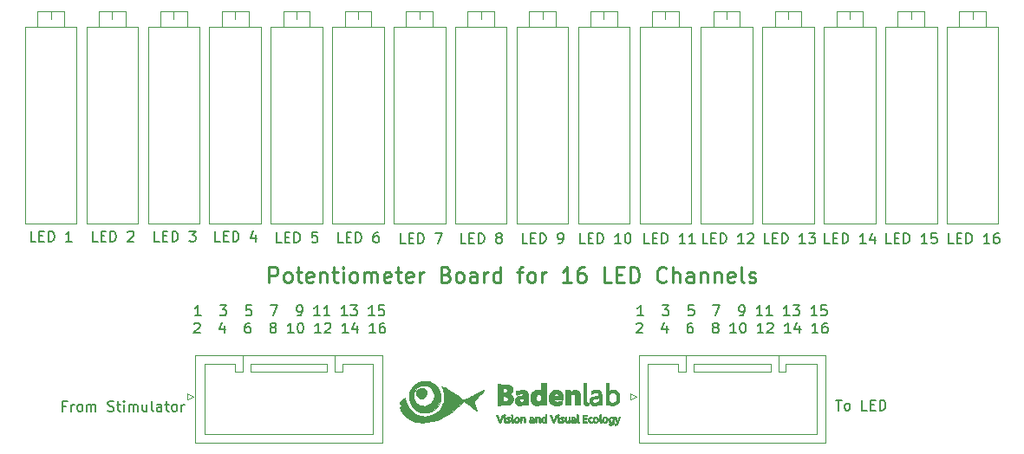
<source format=gbr>
G04 #@! TF.GenerationSoftware,KiCad,Pcbnew,(5.0.0)*
G04 #@! TF.CreationDate,2019-02-27T09:55:35+01:00*
G04 #@! TF.ProjectId,Potentiometer_mount_16LED,506F74656E74696F6D657465725F6D6F,rev?*
G04 #@! TF.SameCoordinates,Original*
G04 #@! TF.FileFunction,Legend,Top*
G04 #@! TF.FilePolarity,Positive*
%FSLAX46Y46*%
G04 Gerber Fmt 4.6, Leading zero omitted, Abs format (unit mm)*
G04 Created by KiCad (PCBNEW (5.0.0)) date 02/27/19 09:55:35*
%MOMM*%
%LPD*%
G01*
G04 APERTURE LIST*
%ADD10C,0.200000*%
%ADD11C,0.250000*%
%ADD12C,0.120000*%
%ADD13C,0.010000*%
%ADD14C,0.150000*%
G04 APERTURE END LIST*
D10*
X35933333Y-72102380D02*
X35361904Y-72102380D01*
X35647619Y-72102380D02*
X35647619Y-71102380D01*
X35552380Y-71245238D01*
X35457142Y-71340476D01*
X35361904Y-71388095D01*
X37790476Y-71102380D02*
X38409523Y-71102380D01*
X38076190Y-71483333D01*
X38219047Y-71483333D01*
X38314285Y-71530952D01*
X38361904Y-71578571D01*
X38409523Y-71673809D01*
X38409523Y-71911904D01*
X38361904Y-72007142D01*
X38314285Y-72054761D01*
X38219047Y-72102380D01*
X37933333Y-72102380D01*
X37838095Y-72054761D01*
X37790476Y-72007142D01*
X40838095Y-71102380D02*
X40361904Y-71102380D01*
X40314285Y-71578571D01*
X40361904Y-71530952D01*
X40457142Y-71483333D01*
X40695238Y-71483333D01*
X40790476Y-71530952D01*
X40838095Y-71578571D01*
X40885714Y-71673809D01*
X40885714Y-71911904D01*
X40838095Y-72007142D01*
X40790476Y-72054761D01*
X40695238Y-72102380D01*
X40457142Y-72102380D01*
X40361904Y-72054761D01*
X40314285Y-72007142D01*
X42742857Y-71102380D02*
X43409523Y-71102380D01*
X42980952Y-72102380D01*
X45361904Y-72102380D02*
X45552380Y-72102380D01*
X45647619Y-72054761D01*
X45695238Y-72007142D01*
X45790476Y-71864285D01*
X45838095Y-71673809D01*
X45838095Y-71292857D01*
X45790476Y-71197619D01*
X45742857Y-71150000D01*
X45647619Y-71102380D01*
X45457142Y-71102380D01*
X45361904Y-71150000D01*
X45314285Y-71197619D01*
X45266666Y-71292857D01*
X45266666Y-71530952D01*
X45314285Y-71626190D01*
X45361904Y-71673809D01*
X45457142Y-71721428D01*
X45647619Y-71721428D01*
X45742857Y-71673809D01*
X45790476Y-71626190D01*
X45838095Y-71530952D01*
X47552380Y-72102380D02*
X46980952Y-72102380D01*
X47266666Y-72102380D02*
X47266666Y-71102380D01*
X47171428Y-71245238D01*
X47076190Y-71340476D01*
X46980952Y-71388095D01*
X48504761Y-72102380D02*
X47933333Y-72102380D01*
X48219047Y-72102380D02*
X48219047Y-71102380D01*
X48123809Y-71245238D01*
X48028571Y-71340476D01*
X47933333Y-71388095D01*
X50219047Y-72102380D02*
X49647619Y-72102380D01*
X49933333Y-72102380D02*
X49933333Y-71102380D01*
X49838095Y-71245238D01*
X49742857Y-71340476D01*
X49647619Y-71388095D01*
X50552380Y-71102380D02*
X51171428Y-71102380D01*
X50838095Y-71483333D01*
X50980952Y-71483333D01*
X51076190Y-71530952D01*
X51123809Y-71578571D01*
X51171428Y-71673809D01*
X51171428Y-71911904D01*
X51123809Y-72007142D01*
X51076190Y-72054761D01*
X50980952Y-72102380D01*
X50695238Y-72102380D01*
X50599999Y-72054761D01*
X50552380Y-72007142D01*
X52885714Y-72102380D02*
X52314285Y-72102380D01*
X52599999Y-72102380D02*
X52599999Y-71102380D01*
X52504761Y-71245238D01*
X52409523Y-71340476D01*
X52314285Y-71388095D01*
X53790476Y-71102380D02*
X53314285Y-71102380D01*
X53266666Y-71578571D01*
X53314285Y-71530952D01*
X53409523Y-71483333D01*
X53647619Y-71483333D01*
X53742857Y-71530952D01*
X53790476Y-71578571D01*
X53838095Y-71673809D01*
X53838095Y-71911904D01*
X53790476Y-72007142D01*
X53742857Y-72054761D01*
X53647619Y-72102380D01*
X53409523Y-72102380D01*
X53314285Y-72054761D01*
X53266666Y-72007142D01*
X35266666Y-72897619D02*
X35314285Y-72850000D01*
X35409523Y-72802380D01*
X35647619Y-72802380D01*
X35742857Y-72850000D01*
X35790476Y-72897619D01*
X35838095Y-72992857D01*
X35838095Y-73088095D01*
X35790476Y-73230952D01*
X35219047Y-73802380D01*
X35838095Y-73802380D01*
X38219047Y-73135714D02*
X38219047Y-73802380D01*
X37980952Y-72754761D02*
X37742857Y-73469047D01*
X38361904Y-73469047D01*
X40695238Y-72802380D02*
X40504761Y-72802380D01*
X40409523Y-72850000D01*
X40361904Y-72897619D01*
X40266666Y-73040476D01*
X40219047Y-73230952D01*
X40219047Y-73611904D01*
X40266666Y-73707142D01*
X40314285Y-73754761D01*
X40409523Y-73802380D01*
X40600000Y-73802380D01*
X40695238Y-73754761D01*
X40742857Y-73707142D01*
X40790476Y-73611904D01*
X40790476Y-73373809D01*
X40742857Y-73278571D01*
X40695238Y-73230952D01*
X40600000Y-73183333D01*
X40409523Y-73183333D01*
X40314285Y-73230952D01*
X40266666Y-73278571D01*
X40219047Y-73373809D01*
X42885714Y-73230952D02*
X42790476Y-73183333D01*
X42742857Y-73135714D01*
X42695238Y-73040476D01*
X42695238Y-72992857D01*
X42742857Y-72897619D01*
X42790476Y-72850000D01*
X42885714Y-72802380D01*
X43076190Y-72802380D01*
X43171428Y-72850000D01*
X43219047Y-72897619D01*
X43266666Y-72992857D01*
X43266666Y-73040476D01*
X43219047Y-73135714D01*
X43171428Y-73183333D01*
X43076190Y-73230952D01*
X42885714Y-73230952D01*
X42790476Y-73278571D01*
X42742857Y-73326190D01*
X42695238Y-73421428D01*
X42695238Y-73611904D01*
X42742857Y-73707142D01*
X42790476Y-73754761D01*
X42885714Y-73802380D01*
X43076190Y-73802380D01*
X43171428Y-73754761D01*
X43219047Y-73707142D01*
X43266666Y-73611904D01*
X43266666Y-73421428D01*
X43219047Y-73326190D01*
X43171428Y-73278571D01*
X43076190Y-73230952D01*
X44980952Y-73802380D02*
X44409523Y-73802380D01*
X44695238Y-73802380D02*
X44695238Y-72802380D01*
X44600000Y-72945238D01*
X44504761Y-73040476D01*
X44409523Y-73088095D01*
X45600000Y-72802380D02*
X45695238Y-72802380D01*
X45790476Y-72850000D01*
X45838095Y-72897619D01*
X45885714Y-72992857D01*
X45933333Y-73183333D01*
X45933333Y-73421428D01*
X45885714Y-73611904D01*
X45838095Y-73707142D01*
X45790476Y-73754761D01*
X45695238Y-73802380D01*
X45600000Y-73802380D01*
X45504761Y-73754761D01*
X45457142Y-73707142D01*
X45409523Y-73611904D01*
X45361904Y-73421428D01*
X45361904Y-73183333D01*
X45409523Y-72992857D01*
X45457142Y-72897619D01*
X45504761Y-72850000D01*
X45600000Y-72802380D01*
X47647619Y-73802380D02*
X47076190Y-73802380D01*
X47361904Y-73802380D02*
X47361904Y-72802380D01*
X47266666Y-72945238D01*
X47171428Y-73040476D01*
X47076190Y-73088095D01*
X48028571Y-72897619D02*
X48076190Y-72850000D01*
X48171428Y-72802380D01*
X48409523Y-72802380D01*
X48504761Y-72850000D01*
X48552380Y-72897619D01*
X48600000Y-72992857D01*
X48600000Y-73088095D01*
X48552380Y-73230952D01*
X47980952Y-73802380D01*
X48600000Y-73802380D01*
X50314285Y-73802380D02*
X49742857Y-73802380D01*
X50028571Y-73802380D02*
X50028571Y-72802380D01*
X49933333Y-72945238D01*
X49838095Y-73040476D01*
X49742857Y-73088095D01*
X51171428Y-73135714D02*
X51171428Y-73802380D01*
X50933333Y-72754761D02*
X50695238Y-73469047D01*
X51314285Y-73469047D01*
X52980952Y-73802380D02*
X52409523Y-73802380D01*
X52695238Y-73802380D02*
X52695238Y-72802380D01*
X52600000Y-72945238D01*
X52504761Y-73040476D01*
X52409523Y-73088095D01*
X53838095Y-72802380D02*
X53647619Y-72802380D01*
X53552380Y-72850000D01*
X53504761Y-72897619D01*
X53409523Y-73040476D01*
X53361904Y-73230952D01*
X53361904Y-73611904D01*
X53409523Y-73707142D01*
X53457142Y-73754761D01*
X53552380Y-73802380D01*
X53742857Y-73802380D01*
X53838095Y-73754761D01*
X53885714Y-73707142D01*
X53933333Y-73611904D01*
X53933333Y-73373809D01*
X53885714Y-73278571D01*
X53838095Y-73230952D01*
X53742857Y-73183333D01*
X53552380Y-73183333D01*
X53457142Y-73230952D01*
X53409523Y-73278571D01*
X53361904Y-73373809D01*
X79133333Y-72102380D02*
X78561904Y-72102380D01*
X78847619Y-72102380D02*
X78847619Y-71102380D01*
X78752380Y-71245238D01*
X78657142Y-71340476D01*
X78561904Y-71388095D01*
X80990476Y-71102380D02*
X81609523Y-71102380D01*
X81276190Y-71483333D01*
X81419047Y-71483333D01*
X81514285Y-71530952D01*
X81561904Y-71578571D01*
X81609523Y-71673809D01*
X81609523Y-71911904D01*
X81561904Y-72007142D01*
X81514285Y-72054761D01*
X81419047Y-72102380D01*
X81133333Y-72102380D01*
X81038095Y-72054761D01*
X80990476Y-72007142D01*
X84038095Y-71102380D02*
X83561904Y-71102380D01*
X83514285Y-71578571D01*
X83561904Y-71530952D01*
X83657142Y-71483333D01*
X83895238Y-71483333D01*
X83990476Y-71530952D01*
X84038095Y-71578571D01*
X84085714Y-71673809D01*
X84085714Y-71911904D01*
X84038095Y-72007142D01*
X83990476Y-72054761D01*
X83895238Y-72102380D01*
X83657142Y-72102380D01*
X83561904Y-72054761D01*
X83514285Y-72007142D01*
X85942857Y-71102380D02*
X86609523Y-71102380D01*
X86180952Y-72102380D01*
X88561904Y-72102380D02*
X88752380Y-72102380D01*
X88847619Y-72054761D01*
X88895238Y-72007142D01*
X88990476Y-71864285D01*
X89038095Y-71673809D01*
X89038095Y-71292857D01*
X88990476Y-71197619D01*
X88942857Y-71150000D01*
X88847619Y-71102380D01*
X88657142Y-71102380D01*
X88561904Y-71150000D01*
X88514285Y-71197619D01*
X88466666Y-71292857D01*
X88466666Y-71530952D01*
X88514285Y-71626190D01*
X88561904Y-71673809D01*
X88657142Y-71721428D01*
X88847619Y-71721428D01*
X88942857Y-71673809D01*
X88990476Y-71626190D01*
X89038095Y-71530952D01*
X90752380Y-72102380D02*
X90180952Y-72102380D01*
X90466666Y-72102380D02*
X90466666Y-71102380D01*
X90371428Y-71245238D01*
X90276190Y-71340476D01*
X90180952Y-71388095D01*
X91704761Y-72102380D02*
X91133333Y-72102380D01*
X91419047Y-72102380D02*
X91419047Y-71102380D01*
X91323809Y-71245238D01*
X91228571Y-71340476D01*
X91133333Y-71388095D01*
X93419047Y-72102380D02*
X92847619Y-72102380D01*
X93133333Y-72102380D02*
X93133333Y-71102380D01*
X93038095Y-71245238D01*
X92942857Y-71340476D01*
X92847619Y-71388095D01*
X93752380Y-71102380D02*
X94371428Y-71102380D01*
X94038095Y-71483333D01*
X94180952Y-71483333D01*
X94276190Y-71530952D01*
X94323809Y-71578571D01*
X94371428Y-71673809D01*
X94371428Y-71911904D01*
X94323809Y-72007142D01*
X94276190Y-72054761D01*
X94180952Y-72102380D01*
X93895238Y-72102380D01*
X93799999Y-72054761D01*
X93752380Y-72007142D01*
X96085714Y-72102380D02*
X95514285Y-72102380D01*
X95800000Y-72102380D02*
X95800000Y-71102380D01*
X95704761Y-71245238D01*
X95609523Y-71340476D01*
X95514285Y-71388095D01*
X96990476Y-71102380D02*
X96514285Y-71102380D01*
X96466666Y-71578571D01*
X96514285Y-71530952D01*
X96609523Y-71483333D01*
X96847619Y-71483333D01*
X96942857Y-71530952D01*
X96990476Y-71578571D01*
X97038095Y-71673809D01*
X97038095Y-71911904D01*
X96990476Y-72007142D01*
X96942857Y-72054761D01*
X96847619Y-72102380D01*
X96609523Y-72102380D01*
X96514285Y-72054761D01*
X96466666Y-72007142D01*
X78466666Y-72897619D02*
X78514285Y-72850000D01*
X78609523Y-72802380D01*
X78847619Y-72802380D01*
X78942857Y-72850000D01*
X78990476Y-72897619D01*
X79038095Y-72992857D01*
X79038095Y-73088095D01*
X78990476Y-73230952D01*
X78419047Y-73802380D01*
X79038095Y-73802380D01*
X81419047Y-73135714D02*
X81419047Y-73802380D01*
X81180952Y-72754761D02*
X80942857Y-73469047D01*
X81561904Y-73469047D01*
X83895238Y-72802380D02*
X83704761Y-72802380D01*
X83609523Y-72850000D01*
X83561904Y-72897619D01*
X83466666Y-73040476D01*
X83419047Y-73230952D01*
X83419047Y-73611904D01*
X83466666Y-73707142D01*
X83514285Y-73754761D01*
X83609523Y-73802380D01*
X83800000Y-73802380D01*
X83895238Y-73754761D01*
X83942857Y-73707142D01*
X83990476Y-73611904D01*
X83990476Y-73373809D01*
X83942857Y-73278571D01*
X83895238Y-73230952D01*
X83800000Y-73183333D01*
X83609523Y-73183333D01*
X83514285Y-73230952D01*
X83466666Y-73278571D01*
X83419047Y-73373809D01*
X86085714Y-73230952D02*
X85990476Y-73183333D01*
X85942857Y-73135714D01*
X85895238Y-73040476D01*
X85895238Y-72992857D01*
X85942857Y-72897619D01*
X85990476Y-72850000D01*
X86085714Y-72802380D01*
X86276190Y-72802380D01*
X86371428Y-72850000D01*
X86419047Y-72897619D01*
X86466666Y-72992857D01*
X86466666Y-73040476D01*
X86419047Y-73135714D01*
X86371428Y-73183333D01*
X86276190Y-73230952D01*
X86085714Y-73230952D01*
X85990476Y-73278571D01*
X85942857Y-73326190D01*
X85895238Y-73421428D01*
X85895238Y-73611904D01*
X85942857Y-73707142D01*
X85990476Y-73754761D01*
X86085714Y-73802380D01*
X86276190Y-73802380D01*
X86371428Y-73754761D01*
X86419047Y-73707142D01*
X86466666Y-73611904D01*
X86466666Y-73421428D01*
X86419047Y-73326190D01*
X86371428Y-73278571D01*
X86276190Y-73230952D01*
X88180952Y-73802380D02*
X87609523Y-73802380D01*
X87895238Y-73802380D02*
X87895238Y-72802380D01*
X87800000Y-72945238D01*
X87704761Y-73040476D01*
X87609523Y-73088095D01*
X88800000Y-72802380D02*
X88895238Y-72802380D01*
X88990476Y-72850000D01*
X89038095Y-72897619D01*
X89085714Y-72992857D01*
X89133333Y-73183333D01*
X89133333Y-73421428D01*
X89085714Y-73611904D01*
X89038095Y-73707142D01*
X88990476Y-73754761D01*
X88895238Y-73802380D01*
X88800000Y-73802380D01*
X88704761Y-73754761D01*
X88657142Y-73707142D01*
X88609523Y-73611904D01*
X88561904Y-73421428D01*
X88561904Y-73183333D01*
X88609523Y-72992857D01*
X88657142Y-72897619D01*
X88704761Y-72850000D01*
X88800000Y-72802380D01*
X90847619Y-73802380D02*
X90276190Y-73802380D01*
X90561904Y-73802380D02*
X90561904Y-72802380D01*
X90466666Y-72945238D01*
X90371428Y-73040476D01*
X90276190Y-73088095D01*
X91228571Y-72897619D02*
X91276190Y-72850000D01*
X91371428Y-72802380D01*
X91609523Y-72802380D01*
X91704761Y-72850000D01*
X91752380Y-72897619D01*
X91800000Y-72992857D01*
X91800000Y-73088095D01*
X91752380Y-73230952D01*
X91180952Y-73802380D01*
X91800000Y-73802380D01*
X93514285Y-73802380D02*
X92942857Y-73802380D01*
X93228571Y-73802380D02*
X93228571Y-72802380D01*
X93133333Y-72945238D01*
X93038095Y-73040476D01*
X92942857Y-73088095D01*
X94371428Y-73135714D02*
X94371428Y-73802380D01*
X94133333Y-72754761D02*
X93895238Y-73469047D01*
X94514285Y-73469047D01*
X96180952Y-73802380D02*
X95609523Y-73802380D01*
X95895238Y-73802380D02*
X95895238Y-72802380D01*
X95800000Y-72945238D01*
X95704761Y-73040476D01*
X95609523Y-73088095D01*
X97038095Y-72802380D02*
X96847619Y-72802380D01*
X96752380Y-72850000D01*
X96704761Y-72897619D01*
X96609523Y-73040476D01*
X96561904Y-73230952D01*
X96561904Y-73611904D01*
X96609523Y-73707142D01*
X96657142Y-73754761D01*
X96752380Y-73802380D01*
X96942857Y-73802380D01*
X97038095Y-73754761D01*
X97085714Y-73707142D01*
X97133333Y-73611904D01*
X97133333Y-73373809D01*
X97085714Y-73278571D01*
X97038095Y-73230952D01*
X96942857Y-73183333D01*
X96752380Y-73183333D01*
X96657142Y-73230952D01*
X96609523Y-73278571D01*
X96561904Y-73373809D01*
D11*
X42585714Y-68878571D02*
X42585714Y-67378571D01*
X43157142Y-67378571D01*
X43299999Y-67450000D01*
X43371428Y-67521428D01*
X43442857Y-67664285D01*
X43442857Y-67878571D01*
X43371428Y-68021428D01*
X43299999Y-68092857D01*
X43157142Y-68164285D01*
X42585714Y-68164285D01*
X44299999Y-68878571D02*
X44157142Y-68807142D01*
X44085714Y-68735714D01*
X44014285Y-68592857D01*
X44014285Y-68164285D01*
X44085714Y-68021428D01*
X44157142Y-67950000D01*
X44299999Y-67878571D01*
X44514285Y-67878571D01*
X44657142Y-67950000D01*
X44728571Y-68021428D01*
X44799999Y-68164285D01*
X44799999Y-68592857D01*
X44728571Y-68735714D01*
X44657142Y-68807142D01*
X44514285Y-68878571D01*
X44299999Y-68878571D01*
X45228571Y-67878571D02*
X45799999Y-67878571D01*
X45442857Y-67378571D02*
X45442857Y-68664285D01*
X45514285Y-68807142D01*
X45657142Y-68878571D01*
X45799999Y-68878571D01*
X46871428Y-68807142D02*
X46728571Y-68878571D01*
X46442857Y-68878571D01*
X46299999Y-68807142D01*
X46228571Y-68664285D01*
X46228571Y-68092857D01*
X46299999Y-67950000D01*
X46442857Y-67878571D01*
X46728571Y-67878571D01*
X46871428Y-67950000D01*
X46942857Y-68092857D01*
X46942857Y-68235714D01*
X46228571Y-68378571D01*
X47585714Y-67878571D02*
X47585714Y-68878571D01*
X47585714Y-68021428D02*
X47657142Y-67950000D01*
X47799999Y-67878571D01*
X48014285Y-67878571D01*
X48157142Y-67950000D01*
X48228571Y-68092857D01*
X48228571Y-68878571D01*
X48728571Y-67878571D02*
X49299999Y-67878571D01*
X48942857Y-67378571D02*
X48942857Y-68664285D01*
X49014285Y-68807142D01*
X49157142Y-68878571D01*
X49299999Y-68878571D01*
X49799999Y-68878571D02*
X49799999Y-67878571D01*
X49799999Y-67378571D02*
X49728571Y-67450000D01*
X49799999Y-67521428D01*
X49871428Y-67450000D01*
X49799999Y-67378571D01*
X49799999Y-67521428D01*
X50728571Y-68878571D02*
X50585714Y-68807142D01*
X50514285Y-68735714D01*
X50442857Y-68592857D01*
X50442857Y-68164285D01*
X50514285Y-68021428D01*
X50585714Y-67950000D01*
X50728571Y-67878571D01*
X50942857Y-67878571D01*
X51085714Y-67950000D01*
X51157142Y-68021428D01*
X51228571Y-68164285D01*
X51228571Y-68592857D01*
X51157142Y-68735714D01*
X51085714Y-68807142D01*
X50942857Y-68878571D01*
X50728571Y-68878571D01*
X51871428Y-68878571D02*
X51871428Y-67878571D01*
X51871428Y-68021428D02*
X51942857Y-67950000D01*
X52085714Y-67878571D01*
X52299999Y-67878571D01*
X52442857Y-67950000D01*
X52514285Y-68092857D01*
X52514285Y-68878571D01*
X52514285Y-68092857D02*
X52585714Y-67950000D01*
X52728571Y-67878571D01*
X52942857Y-67878571D01*
X53085714Y-67950000D01*
X53157142Y-68092857D01*
X53157142Y-68878571D01*
X54442857Y-68807142D02*
X54299999Y-68878571D01*
X54014285Y-68878571D01*
X53871428Y-68807142D01*
X53799999Y-68664285D01*
X53799999Y-68092857D01*
X53871428Y-67950000D01*
X54014285Y-67878571D01*
X54299999Y-67878571D01*
X54442857Y-67950000D01*
X54514285Y-68092857D01*
X54514285Y-68235714D01*
X53799999Y-68378571D01*
X54942857Y-67878571D02*
X55514285Y-67878571D01*
X55157142Y-67378571D02*
X55157142Y-68664285D01*
X55228571Y-68807142D01*
X55371428Y-68878571D01*
X55514285Y-68878571D01*
X56585714Y-68807142D02*
X56442857Y-68878571D01*
X56157142Y-68878571D01*
X56014285Y-68807142D01*
X55942857Y-68664285D01*
X55942857Y-68092857D01*
X56014285Y-67950000D01*
X56157142Y-67878571D01*
X56442857Y-67878571D01*
X56585714Y-67950000D01*
X56657142Y-68092857D01*
X56657142Y-68235714D01*
X55942857Y-68378571D01*
X57299999Y-68878571D02*
X57299999Y-67878571D01*
X57299999Y-68164285D02*
X57371428Y-68021428D01*
X57442857Y-67950000D01*
X57585714Y-67878571D01*
X57728571Y-67878571D01*
X59871428Y-68092857D02*
X60085714Y-68164285D01*
X60157142Y-68235714D01*
X60228571Y-68378571D01*
X60228571Y-68592857D01*
X60157142Y-68735714D01*
X60085714Y-68807142D01*
X59942857Y-68878571D01*
X59371428Y-68878571D01*
X59371428Y-67378571D01*
X59871428Y-67378571D01*
X60014285Y-67450000D01*
X60085714Y-67521428D01*
X60157142Y-67664285D01*
X60157142Y-67807142D01*
X60085714Y-67950000D01*
X60014285Y-68021428D01*
X59871428Y-68092857D01*
X59371428Y-68092857D01*
X61085714Y-68878571D02*
X60942857Y-68807142D01*
X60871428Y-68735714D01*
X60799999Y-68592857D01*
X60799999Y-68164285D01*
X60871428Y-68021428D01*
X60942857Y-67950000D01*
X61085714Y-67878571D01*
X61299999Y-67878571D01*
X61442857Y-67950000D01*
X61514285Y-68021428D01*
X61585714Y-68164285D01*
X61585714Y-68592857D01*
X61514285Y-68735714D01*
X61442857Y-68807142D01*
X61299999Y-68878571D01*
X61085714Y-68878571D01*
X62871428Y-68878571D02*
X62871428Y-68092857D01*
X62799999Y-67950000D01*
X62657142Y-67878571D01*
X62371428Y-67878571D01*
X62228571Y-67950000D01*
X62871428Y-68807142D02*
X62728571Y-68878571D01*
X62371428Y-68878571D01*
X62228571Y-68807142D01*
X62157142Y-68664285D01*
X62157142Y-68521428D01*
X62228571Y-68378571D01*
X62371428Y-68307142D01*
X62728571Y-68307142D01*
X62871428Y-68235714D01*
X63585714Y-68878571D02*
X63585714Y-67878571D01*
X63585714Y-68164285D02*
X63657142Y-68021428D01*
X63728571Y-67950000D01*
X63871428Y-67878571D01*
X64014285Y-67878571D01*
X65157142Y-68878571D02*
X65157142Y-67378571D01*
X65157142Y-68807142D02*
X65014285Y-68878571D01*
X64728571Y-68878571D01*
X64585714Y-68807142D01*
X64514285Y-68735714D01*
X64442857Y-68592857D01*
X64442857Y-68164285D01*
X64514285Y-68021428D01*
X64585714Y-67950000D01*
X64728571Y-67878571D01*
X65014285Y-67878571D01*
X65157142Y-67950000D01*
X66799999Y-67878571D02*
X67371428Y-67878571D01*
X67014285Y-68878571D02*
X67014285Y-67592857D01*
X67085714Y-67450000D01*
X67228571Y-67378571D01*
X67371428Y-67378571D01*
X68085714Y-68878571D02*
X67942857Y-68807142D01*
X67871428Y-68735714D01*
X67800000Y-68592857D01*
X67800000Y-68164285D01*
X67871428Y-68021428D01*
X67942857Y-67950000D01*
X68085714Y-67878571D01*
X68300000Y-67878571D01*
X68442857Y-67950000D01*
X68514285Y-68021428D01*
X68585714Y-68164285D01*
X68585714Y-68592857D01*
X68514285Y-68735714D01*
X68442857Y-68807142D01*
X68300000Y-68878571D01*
X68085714Y-68878571D01*
X69228571Y-68878571D02*
X69228571Y-67878571D01*
X69228571Y-68164285D02*
X69300000Y-68021428D01*
X69371428Y-67950000D01*
X69514285Y-67878571D01*
X69657142Y-67878571D01*
X72085714Y-68878571D02*
X71228571Y-68878571D01*
X71657142Y-68878571D02*
X71657142Y-67378571D01*
X71514285Y-67592857D01*
X71371428Y-67735714D01*
X71228571Y-67807142D01*
X73371428Y-67378571D02*
X73085714Y-67378571D01*
X72942857Y-67450000D01*
X72871428Y-67521428D01*
X72728571Y-67735714D01*
X72657142Y-68021428D01*
X72657142Y-68592857D01*
X72728571Y-68735714D01*
X72800000Y-68807142D01*
X72942857Y-68878571D01*
X73228571Y-68878571D01*
X73371428Y-68807142D01*
X73442857Y-68735714D01*
X73514285Y-68592857D01*
X73514285Y-68235714D01*
X73442857Y-68092857D01*
X73371428Y-68021428D01*
X73228571Y-67950000D01*
X72942857Y-67950000D01*
X72800000Y-68021428D01*
X72728571Y-68092857D01*
X72657142Y-68235714D01*
X76014285Y-68878571D02*
X75300000Y-68878571D01*
X75300000Y-67378571D01*
X76514285Y-68092857D02*
X77014285Y-68092857D01*
X77228571Y-68878571D02*
X76514285Y-68878571D01*
X76514285Y-67378571D01*
X77228571Y-67378571D01*
X77871428Y-68878571D02*
X77871428Y-67378571D01*
X78228571Y-67378571D01*
X78442857Y-67450000D01*
X78585714Y-67592857D01*
X78657142Y-67735714D01*
X78728571Y-68021428D01*
X78728571Y-68235714D01*
X78657142Y-68521428D01*
X78585714Y-68664285D01*
X78442857Y-68807142D01*
X78228571Y-68878571D01*
X77871428Y-68878571D01*
X81371428Y-68735714D02*
X81300000Y-68807142D01*
X81085714Y-68878571D01*
X80942857Y-68878571D01*
X80728571Y-68807142D01*
X80585714Y-68664285D01*
X80514285Y-68521428D01*
X80442857Y-68235714D01*
X80442857Y-68021428D01*
X80514285Y-67735714D01*
X80585714Y-67592857D01*
X80728571Y-67450000D01*
X80942857Y-67378571D01*
X81085714Y-67378571D01*
X81300000Y-67450000D01*
X81371428Y-67521428D01*
X82014285Y-68878571D02*
X82014285Y-67378571D01*
X82657142Y-68878571D02*
X82657142Y-68092857D01*
X82585714Y-67950000D01*
X82442857Y-67878571D01*
X82228571Y-67878571D01*
X82085714Y-67950000D01*
X82014285Y-68021428D01*
X84014285Y-68878571D02*
X84014285Y-68092857D01*
X83942857Y-67950000D01*
X83800000Y-67878571D01*
X83514285Y-67878571D01*
X83371428Y-67950000D01*
X84014285Y-68807142D02*
X83871428Y-68878571D01*
X83514285Y-68878571D01*
X83371428Y-68807142D01*
X83300000Y-68664285D01*
X83300000Y-68521428D01*
X83371428Y-68378571D01*
X83514285Y-68307142D01*
X83871428Y-68307142D01*
X84014285Y-68235714D01*
X84728571Y-67878571D02*
X84728571Y-68878571D01*
X84728571Y-68021428D02*
X84800000Y-67950000D01*
X84942857Y-67878571D01*
X85157142Y-67878571D01*
X85300000Y-67950000D01*
X85371428Y-68092857D01*
X85371428Y-68878571D01*
X86085714Y-67878571D02*
X86085714Y-68878571D01*
X86085714Y-68021428D02*
X86157142Y-67950000D01*
X86300000Y-67878571D01*
X86514285Y-67878571D01*
X86657142Y-67950000D01*
X86728571Y-68092857D01*
X86728571Y-68878571D01*
X88014285Y-68807142D02*
X87871428Y-68878571D01*
X87585714Y-68878571D01*
X87442857Y-68807142D01*
X87371428Y-68664285D01*
X87371428Y-68092857D01*
X87442857Y-67950000D01*
X87585714Y-67878571D01*
X87871428Y-67878571D01*
X88014285Y-67950000D01*
X88085714Y-68092857D01*
X88085714Y-68235714D01*
X87371428Y-68378571D01*
X88942857Y-68878571D02*
X88800000Y-68807142D01*
X88728571Y-68664285D01*
X88728571Y-67378571D01*
X89442857Y-68807142D02*
X89585714Y-68878571D01*
X89871428Y-68878571D01*
X90014285Y-68807142D01*
X90085714Y-68664285D01*
X90085714Y-68592857D01*
X90014285Y-68450000D01*
X89871428Y-68378571D01*
X89657142Y-68378571D01*
X89514285Y-68307142D01*
X89442857Y-68164285D01*
X89442857Y-68092857D01*
X89514285Y-67950000D01*
X89657142Y-67878571D01*
X89871428Y-67878571D01*
X90014285Y-67950000D01*
D12*
G04 #@! TO.C, LED 11*
X83790000Y-43880000D02*
X83790000Y-63120000D01*
X78750000Y-43880000D02*
X78750000Y-63120000D01*
X83790000Y-43880000D02*
X78750000Y-43880000D01*
X83790000Y-63120000D02*
X78750000Y-63120000D01*
X82570000Y-42360000D02*
X82570000Y-43879000D01*
X79970000Y-42360000D02*
X79970000Y-43879000D01*
X82570000Y-42360000D02*
X79970000Y-42360000D01*
X82570000Y-43879000D02*
X79970000Y-43879000D01*
X81270000Y-42360000D02*
X81270000Y-43119000D01*
G04 #@! TO.C,LED 1*
X21270000Y-42360000D02*
X21270000Y-43119000D01*
X22570000Y-43879000D02*
X19970000Y-43879000D01*
X22570000Y-42360000D02*
X19970000Y-42360000D01*
X19970000Y-42360000D02*
X19970000Y-43879000D01*
X22570000Y-42360000D02*
X22570000Y-43879000D01*
X23790000Y-63120000D02*
X18750000Y-63120000D01*
X23790000Y-43880000D02*
X18750000Y-43880000D01*
X18750000Y-43880000D02*
X18750000Y-63120000D01*
X23790000Y-43880000D02*
X23790000Y-63120000D01*
G04 #@! TO.C,LED 2*
X29790000Y-43880000D02*
X29790000Y-63120000D01*
X24750000Y-43880000D02*
X24750000Y-63120000D01*
X29790000Y-43880000D02*
X24750000Y-43880000D01*
X29790000Y-63120000D02*
X24750000Y-63120000D01*
X28570000Y-42360000D02*
X28570000Y-43879000D01*
X25970000Y-42360000D02*
X25970000Y-43879000D01*
X28570000Y-42360000D02*
X25970000Y-42360000D01*
X28570000Y-43879000D02*
X25970000Y-43879000D01*
X27270000Y-42360000D02*
X27270000Y-43119000D01*
G04 #@! TO.C,LED 3*
X33270000Y-42360000D02*
X33270000Y-43119000D01*
X34570000Y-43879000D02*
X31970000Y-43879000D01*
X34570000Y-42360000D02*
X31970000Y-42360000D01*
X31970000Y-42360000D02*
X31970000Y-43879000D01*
X34570000Y-42360000D02*
X34570000Y-43879000D01*
X35790000Y-63120000D02*
X30750000Y-63120000D01*
X35790000Y-43880000D02*
X30750000Y-43880000D01*
X30750000Y-43880000D02*
X30750000Y-63120000D01*
X35790000Y-43880000D02*
X35790000Y-63120000D01*
G04 #@! TO.C,LED 4*
X41790000Y-43880000D02*
X41790000Y-63120000D01*
X36750000Y-43880000D02*
X36750000Y-63120000D01*
X41790000Y-43880000D02*
X36750000Y-43880000D01*
X41790000Y-63120000D02*
X36750000Y-63120000D01*
X40570000Y-42360000D02*
X40570000Y-43879000D01*
X37970000Y-42360000D02*
X37970000Y-43879000D01*
X40570000Y-42360000D02*
X37970000Y-42360000D01*
X40570000Y-43879000D02*
X37970000Y-43879000D01*
X39270000Y-42360000D02*
X39270000Y-43119000D01*
G04 #@! TO.C,LED 5*
X47790000Y-43880000D02*
X47790000Y-63120000D01*
X42750000Y-43880000D02*
X42750000Y-63120000D01*
X47790000Y-43880000D02*
X42750000Y-43880000D01*
X47790000Y-63120000D02*
X42750000Y-63120000D01*
X46570000Y-42360000D02*
X46570000Y-43879000D01*
X43970000Y-42360000D02*
X43970000Y-43879000D01*
X46570000Y-42360000D02*
X43970000Y-42360000D01*
X46570000Y-43879000D02*
X43970000Y-43879000D01*
X45270000Y-42360000D02*
X45270000Y-43119000D01*
G04 #@! TO.C,LED 6*
X51270000Y-42360000D02*
X51270000Y-43119000D01*
X52570000Y-43879000D02*
X49970000Y-43879000D01*
X52570000Y-42360000D02*
X49970000Y-42360000D01*
X49970000Y-42360000D02*
X49970000Y-43879000D01*
X52570000Y-42360000D02*
X52570000Y-43879000D01*
X53790000Y-63120000D02*
X48750000Y-63120000D01*
X53790000Y-43880000D02*
X48750000Y-43880000D01*
X48750000Y-43880000D02*
X48750000Y-63120000D01*
X53790000Y-43880000D02*
X53790000Y-63120000D01*
G04 #@! TO.C,LED 7*
X59790000Y-43880000D02*
X59790000Y-63120000D01*
X54750000Y-43880000D02*
X54750000Y-63120000D01*
X59790000Y-43880000D02*
X54750000Y-43880000D01*
X59790000Y-63120000D02*
X54750000Y-63120000D01*
X58570000Y-42360000D02*
X58570000Y-43879000D01*
X55970000Y-42360000D02*
X55970000Y-43879000D01*
X58570000Y-42360000D02*
X55970000Y-42360000D01*
X58570000Y-43879000D02*
X55970000Y-43879000D01*
X57270000Y-42360000D02*
X57270000Y-43119000D01*
G04 #@! TO.C,LED 8*
X63270000Y-42360000D02*
X63270000Y-43119000D01*
X64570000Y-43879000D02*
X61970000Y-43879000D01*
X64570000Y-42360000D02*
X61970000Y-42360000D01*
X61970000Y-42360000D02*
X61970000Y-43879000D01*
X64570000Y-42360000D02*
X64570000Y-43879000D01*
X65790000Y-63120000D02*
X60750000Y-63120000D01*
X65790000Y-43880000D02*
X60750000Y-43880000D01*
X60750000Y-43880000D02*
X60750000Y-63120000D01*
X65790000Y-43880000D02*
X65790000Y-63120000D01*
G04 #@! TO.C,LED 9*
X71790000Y-43880000D02*
X71790000Y-63120000D01*
X66750000Y-43880000D02*
X66750000Y-63120000D01*
X71790000Y-43880000D02*
X66750000Y-43880000D01*
X71790000Y-63120000D02*
X66750000Y-63120000D01*
X70570000Y-42360000D02*
X70570000Y-43879000D01*
X67970000Y-42360000D02*
X67970000Y-43879000D01*
X70570000Y-42360000D02*
X67970000Y-42360000D01*
X70570000Y-43879000D02*
X67970000Y-43879000D01*
X69270000Y-42360000D02*
X69270000Y-43119000D01*
G04 #@! TO.C,LED 10*
X75270000Y-42360000D02*
X75270000Y-43119000D01*
X76570000Y-43879000D02*
X73970000Y-43879000D01*
X76570000Y-42360000D02*
X73970000Y-42360000D01*
X73970000Y-42360000D02*
X73970000Y-43879000D01*
X76570000Y-42360000D02*
X76570000Y-43879000D01*
X77790000Y-63120000D02*
X72750000Y-63120000D01*
X77790000Y-43880000D02*
X72750000Y-43880000D01*
X72750000Y-43880000D02*
X72750000Y-63120000D01*
X77790000Y-43880000D02*
X77790000Y-63120000D01*
G04 #@! TO.C,LED 12*
X89790000Y-43880000D02*
X89790000Y-63120000D01*
X84750000Y-43880000D02*
X84750000Y-63120000D01*
X89790000Y-43880000D02*
X84750000Y-43880000D01*
X89790000Y-63120000D02*
X84750000Y-63120000D01*
X88570000Y-42360000D02*
X88570000Y-43879000D01*
X85970000Y-42360000D02*
X85970000Y-43879000D01*
X88570000Y-42360000D02*
X85970000Y-42360000D01*
X88570000Y-43879000D02*
X85970000Y-43879000D01*
X87270000Y-42360000D02*
X87270000Y-43119000D01*
G04 #@! TO.C,LED 13*
X95790000Y-43880000D02*
X95790000Y-63120000D01*
X90750000Y-43880000D02*
X90750000Y-63120000D01*
X95790000Y-43880000D02*
X90750000Y-43880000D01*
X95790000Y-63120000D02*
X90750000Y-63120000D01*
X94570000Y-42360000D02*
X94570000Y-43879000D01*
X91970000Y-42360000D02*
X91970000Y-43879000D01*
X94570000Y-42360000D02*
X91970000Y-42360000D01*
X94570000Y-43879000D02*
X91970000Y-43879000D01*
X93270000Y-42360000D02*
X93270000Y-43119000D01*
G04 #@! TO.C,LED 14*
X99270000Y-42360000D02*
X99270000Y-43119000D01*
X100570000Y-43879000D02*
X97970000Y-43879000D01*
X100570000Y-42360000D02*
X97970000Y-42360000D01*
X97970000Y-42360000D02*
X97970000Y-43879000D01*
X100570000Y-42360000D02*
X100570000Y-43879000D01*
X101790000Y-63120000D02*
X96750000Y-63120000D01*
X101790000Y-43880000D02*
X96750000Y-43880000D01*
X96750000Y-43880000D02*
X96750000Y-63120000D01*
X101790000Y-43880000D02*
X101790000Y-63120000D01*
G04 #@! TO.C,LED 15*
X107790000Y-43880000D02*
X107790000Y-63120000D01*
X102750000Y-43880000D02*
X102750000Y-63120000D01*
X107790000Y-43880000D02*
X102750000Y-43880000D01*
X107790000Y-63120000D02*
X102750000Y-63120000D01*
X106570000Y-42360000D02*
X106570000Y-43879000D01*
X103970000Y-42360000D02*
X103970000Y-43879000D01*
X106570000Y-42360000D02*
X103970000Y-42360000D01*
X106570000Y-43879000D02*
X103970000Y-43879000D01*
X105270000Y-42360000D02*
X105270000Y-43119000D01*
G04 #@! TO.C,LED 16*
X111270000Y-42360000D02*
X111270000Y-43119000D01*
X112570000Y-43879000D02*
X109970000Y-43879000D01*
X112570000Y-42360000D02*
X109970000Y-42360000D01*
X109970000Y-42360000D02*
X109970000Y-43879000D01*
X112570000Y-42360000D02*
X112570000Y-43879000D01*
X113790000Y-63120000D02*
X108750000Y-63120000D01*
X113790000Y-43880000D02*
X108750000Y-43880000D01*
X108750000Y-43880000D02*
X108750000Y-63120000D01*
X113790000Y-43880000D02*
X113790000Y-63120000D01*
G04 #@! TO.C,From Stimulator*
X40750000Y-76850000D02*
X40750000Y-77600000D01*
X40750000Y-77600000D02*
X48250000Y-77600000D01*
X48250000Y-77600000D02*
X48250000Y-76850000D01*
X48250000Y-76850000D02*
X40750000Y-76850000D01*
X40000000Y-75990000D02*
X40000000Y-77600000D01*
X40000000Y-77600000D02*
X39250000Y-77600000D01*
X39250000Y-77600000D02*
X39250000Y-76850000D01*
X39250000Y-76850000D02*
X36250000Y-76850000D01*
X36250000Y-76850000D02*
X36250000Y-83650000D01*
X36250000Y-83650000D02*
X44500000Y-83650000D01*
X49000000Y-75990000D02*
X49000000Y-77600000D01*
X49000000Y-77600000D02*
X49750000Y-77600000D01*
X49750000Y-77600000D02*
X49750000Y-76850000D01*
X49750000Y-76850000D02*
X52750000Y-76850000D01*
X52750000Y-76850000D02*
X52750000Y-83650000D01*
X52750000Y-83650000D02*
X44500000Y-83650000D01*
X35390000Y-75990000D02*
X35390000Y-84510000D01*
X35390000Y-84510000D02*
X53610000Y-84510000D01*
X53610000Y-84510000D02*
X53610000Y-75990000D01*
X53610000Y-75990000D02*
X35390000Y-75990000D01*
X35190000Y-80000000D02*
X34590000Y-80300000D01*
X34590000Y-80300000D02*
X34590000Y-79700000D01*
X34590000Y-79700000D02*
X35190000Y-80000000D01*
G04 #@! TO.C,To LED*
X77890000Y-79700000D02*
X78490000Y-80000000D01*
X77890000Y-80300000D02*
X77890000Y-79700000D01*
X78490000Y-80000000D02*
X77890000Y-80300000D01*
X96910000Y-75990000D02*
X78690000Y-75990000D01*
X96910000Y-84510000D02*
X96910000Y-75990000D01*
X78690000Y-84510000D02*
X96910000Y-84510000D01*
X78690000Y-75990000D02*
X78690000Y-84510000D01*
X96050000Y-83650000D02*
X87800000Y-83650000D01*
X96050000Y-76850000D02*
X96050000Y-83650000D01*
X93050000Y-76850000D02*
X96050000Y-76850000D01*
X93050000Y-77600000D02*
X93050000Y-76850000D01*
X92300000Y-77600000D02*
X93050000Y-77600000D01*
X92300000Y-75990000D02*
X92300000Y-77600000D01*
X79550000Y-83650000D02*
X87800000Y-83650000D01*
X79550000Y-76850000D02*
X79550000Y-83650000D01*
X82550000Y-76850000D02*
X79550000Y-76850000D01*
X82550000Y-77600000D02*
X82550000Y-76850000D01*
X83300000Y-77600000D02*
X82550000Y-77600000D01*
X83300000Y-75990000D02*
X83300000Y-77600000D01*
X91550000Y-76850000D02*
X84050000Y-76850000D01*
X91550000Y-77600000D02*
X91550000Y-76850000D01*
X84050000Y-77600000D02*
X91550000Y-77600000D01*
X84050000Y-76850000D02*
X84050000Y-77600000D01*
D13*
G04 #@! TO.C,G\002A\002A\002A*
G36*
X57614812Y-79209539D02*
X57753599Y-79286971D01*
X57856752Y-79401097D01*
X57921078Y-79539795D01*
X57943383Y-79690940D01*
X57920475Y-79842410D01*
X57849161Y-79982080D01*
X57726246Y-80097827D01*
X57690800Y-80119533D01*
X57531769Y-80183485D01*
X57379021Y-80186304D01*
X57215563Y-80129144D01*
X57074949Y-80028675D01*
X56988642Y-79891125D01*
X56953966Y-79711821D01*
X56952991Y-79670474D01*
X56981598Y-79485061D01*
X57063444Y-79338506D01*
X57192564Y-79236761D01*
X57362996Y-79185776D01*
X57443585Y-79180927D01*
X57614812Y-79209539D01*
X57614812Y-79209539D01*
G37*
X57614812Y-79209539D02*
X57753599Y-79286971D01*
X57856752Y-79401097D01*
X57921078Y-79539795D01*
X57943383Y-79690940D01*
X57920475Y-79842410D01*
X57849161Y-79982080D01*
X57726246Y-80097827D01*
X57690800Y-80119533D01*
X57531769Y-80183485D01*
X57379021Y-80186304D01*
X57215563Y-80129144D01*
X57074949Y-80028675D01*
X56988642Y-79891125D01*
X56953966Y-79711821D01*
X56952991Y-79670474D01*
X56981598Y-79485061D01*
X57063444Y-79338506D01*
X57192564Y-79236761D01*
X57362996Y-79185776D01*
X57443585Y-79180927D01*
X57614812Y-79209539D01*
G36*
X72572192Y-79366658D02*
X72726765Y-79432718D01*
X72852899Y-79551450D01*
X72869693Y-79575510D01*
X72892733Y-79619775D01*
X72909894Y-79679372D01*
X72922322Y-79765044D01*
X72931162Y-79887535D01*
X72937559Y-80057589D01*
X72942064Y-80254460D01*
X72953329Y-80840267D01*
X72473600Y-80840267D01*
X72473600Y-80421987D01*
X72470756Y-80250345D01*
X72463018Y-80094596D01*
X72451578Y-79972183D01*
X72438048Y-79901722D01*
X72375632Y-79800696D01*
X72285179Y-79751509D01*
X72181674Y-79761491D01*
X72165840Y-79768599D01*
X72102466Y-79810620D01*
X72057093Y-79870722D01*
X72026951Y-79959595D01*
X72009268Y-80087930D01*
X72001274Y-80266416D01*
X71999966Y-80408467D01*
X71999467Y-80840267D01*
X71525334Y-80840267D01*
X71525334Y-79384000D01*
X71762400Y-79384000D01*
X71886203Y-79385089D01*
X71957050Y-79392120D01*
X71989719Y-79410739D01*
X71998989Y-79446590D01*
X71999467Y-79474570D01*
X71999467Y-79565140D01*
X72075667Y-79497967D01*
X72232861Y-79397936D01*
X72402964Y-79354615D01*
X72572192Y-79366658D01*
X72572192Y-79366658D01*
G37*
X72572192Y-79366658D02*
X72726765Y-79432718D01*
X72852899Y-79551450D01*
X72869693Y-79575510D01*
X72892733Y-79619775D01*
X72909894Y-79679372D01*
X72922322Y-79765044D01*
X72931162Y-79887535D01*
X72937559Y-80057589D01*
X72942064Y-80254460D01*
X72953329Y-80840267D01*
X72473600Y-80840267D01*
X72473600Y-80421987D01*
X72470756Y-80250345D01*
X72463018Y-80094596D01*
X72451578Y-79972183D01*
X72438048Y-79901722D01*
X72375632Y-79800696D01*
X72285179Y-79751509D01*
X72181674Y-79761491D01*
X72165840Y-79768599D01*
X72102466Y-79810620D01*
X72057093Y-79870722D01*
X72026951Y-79959595D01*
X72009268Y-80087930D01*
X72001274Y-80266416D01*
X71999966Y-80408467D01*
X71999467Y-80840267D01*
X71525334Y-80840267D01*
X71525334Y-79384000D01*
X71762400Y-79384000D01*
X71886203Y-79385089D01*
X71957050Y-79392120D01*
X71989719Y-79410739D01*
X71998989Y-79446590D01*
X71999467Y-79474570D01*
X71999467Y-79565140D01*
X72075667Y-79497967D01*
X72232861Y-79397936D01*
X72402964Y-79354615D01*
X72572192Y-79366658D01*
G36*
X65420867Y-78813633D02*
X65625653Y-78819139D01*
X65775615Y-78825821D01*
X65883655Y-78835506D01*
X65962680Y-78850020D01*
X66025594Y-78871189D01*
X66085301Y-78900839D01*
X66101520Y-78909950D01*
X66240124Y-79015457D01*
X66318708Y-79144595D01*
X66343732Y-79308022D01*
X66343734Y-79309577D01*
X66316926Y-79449832D01*
X66246675Y-79584289D01*
X66148234Y-79686883D01*
X66108782Y-79711023D01*
X66028263Y-79751166D01*
X66143665Y-79799976D01*
X66285837Y-79892291D01*
X66380533Y-80020482D01*
X66427427Y-80171796D01*
X66426191Y-80333476D01*
X66376496Y-80492770D01*
X66278014Y-80636923D01*
X66167576Y-80730345D01*
X66113611Y-80764494D01*
X66062703Y-80789315D01*
X66002870Y-80806569D01*
X65922130Y-80818015D01*
X65808500Y-80825413D01*
X65650000Y-80830523D01*
X65457321Y-80834655D01*
X64887467Y-80845976D01*
X64887467Y-79993600D01*
X65395467Y-79993600D01*
X65395467Y-80467733D01*
X65581734Y-80467733D01*
X65709989Y-80459929D01*
X65793450Y-80432685D01*
X65835734Y-80400000D01*
X65899884Y-80299807D01*
X65904391Y-80198985D01*
X65856415Y-80108095D01*
X65763116Y-80037700D01*
X65631654Y-79998360D01*
X65560233Y-79993600D01*
X65395467Y-79993600D01*
X64887467Y-79993600D01*
X64887467Y-79180800D01*
X65395467Y-79180800D01*
X65395467Y-79621067D01*
X65545409Y-79621067D01*
X65652683Y-79612117D01*
X65723022Y-79577337D01*
X65765542Y-79531833D01*
X65823522Y-79438201D01*
X65824789Y-79361498D01*
X65768298Y-79280068D01*
X65752606Y-79263927D01*
X65659355Y-79200315D01*
X65538258Y-79180825D01*
X65532473Y-79180800D01*
X65395467Y-79180800D01*
X64887467Y-79180800D01*
X64887467Y-78801170D01*
X65420867Y-78813633D01*
X65420867Y-78813633D01*
G37*
X65420867Y-78813633D02*
X65625653Y-78819139D01*
X65775615Y-78825821D01*
X65883655Y-78835506D01*
X65962680Y-78850020D01*
X66025594Y-78871189D01*
X66085301Y-78900839D01*
X66101520Y-78909950D01*
X66240124Y-79015457D01*
X66318708Y-79144595D01*
X66343732Y-79308022D01*
X66343734Y-79309577D01*
X66316926Y-79449832D01*
X66246675Y-79584289D01*
X66148234Y-79686883D01*
X66108782Y-79711023D01*
X66028263Y-79751166D01*
X66143665Y-79799976D01*
X66285837Y-79892291D01*
X66380533Y-80020482D01*
X66427427Y-80171796D01*
X66426191Y-80333476D01*
X66376496Y-80492770D01*
X66278014Y-80636923D01*
X66167576Y-80730345D01*
X66113611Y-80764494D01*
X66062703Y-80789315D01*
X66002870Y-80806569D01*
X65922130Y-80818015D01*
X65808500Y-80825413D01*
X65650000Y-80830523D01*
X65457321Y-80834655D01*
X64887467Y-80845976D01*
X64887467Y-79993600D01*
X65395467Y-79993600D01*
X65395467Y-80467733D01*
X65581734Y-80467733D01*
X65709989Y-80459929D01*
X65793450Y-80432685D01*
X65835734Y-80400000D01*
X65899884Y-80299807D01*
X65904391Y-80198985D01*
X65856415Y-80108095D01*
X65763116Y-80037700D01*
X65631654Y-79998360D01*
X65560233Y-79993600D01*
X65395467Y-79993600D01*
X64887467Y-79993600D01*
X64887467Y-79180800D01*
X65395467Y-79180800D01*
X65395467Y-79621067D01*
X65545409Y-79621067D01*
X65652683Y-79612117D01*
X65723022Y-79577337D01*
X65765542Y-79531833D01*
X65823522Y-79438201D01*
X65824789Y-79361498D01*
X65768298Y-79280068D01*
X65752606Y-79263927D01*
X65659355Y-79200315D01*
X65538258Y-79180825D01*
X65532473Y-79180800D01*
X65395467Y-79180800D01*
X64887467Y-79180800D01*
X64887467Y-78801170D01*
X65420867Y-78813633D01*
G36*
X75724800Y-79556781D02*
X75844761Y-79465282D01*
X75996274Y-79387134D01*
X76167913Y-79357875D01*
X76342346Y-79374836D01*
X76502239Y-79435350D01*
X76630258Y-79536749D01*
X76671342Y-79592506D01*
X76750842Y-79781203D01*
X76787389Y-80000489D01*
X76781351Y-80228882D01*
X76733097Y-80444903D01*
X76653874Y-80610998D01*
X76529048Y-80743974D01*
X76366703Y-80832526D01*
X76183754Y-80872538D01*
X75997117Y-80859892D01*
X75851299Y-80806334D01*
X75771139Y-80767284D01*
X75733743Y-80762810D01*
X75724800Y-80789401D01*
X75702511Y-80824753D01*
X75628553Y-80839332D01*
X75589334Y-80840267D01*
X75453867Y-80840267D01*
X75453867Y-80126785D01*
X75741734Y-80126785D01*
X75741734Y-80132496D01*
X75742644Y-80278397D01*
X75748509Y-80373820D01*
X75764034Y-80436021D01*
X75793922Y-80482256D01*
X75842877Y-80529778D01*
X75852334Y-80538245D01*
X75989049Y-80619015D01*
X76140987Y-80635784D01*
X76297649Y-80587759D01*
X76396761Y-80501406D01*
X76470109Y-80368204D01*
X76512694Y-80205773D01*
X76519520Y-80031734D01*
X76494842Y-79892429D01*
X76422021Y-79744267D01*
X76313006Y-79644914D01*
X76180921Y-79597843D01*
X76038891Y-79606530D01*
X75900042Y-79674449D01*
X75846496Y-79720807D01*
X75796806Y-79773759D01*
X75765983Y-79823154D01*
X75749530Y-79886672D01*
X75742946Y-79981989D01*
X75741734Y-80126785D01*
X75453867Y-80126785D01*
X75453867Y-78706667D01*
X75724800Y-78706667D01*
X75724800Y-79556781D01*
X75724800Y-79556781D01*
G37*
X75724800Y-79556781D02*
X75844761Y-79465282D01*
X75996274Y-79387134D01*
X76167913Y-79357875D01*
X76342346Y-79374836D01*
X76502239Y-79435350D01*
X76630258Y-79536749D01*
X76671342Y-79592506D01*
X76750842Y-79781203D01*
X76787389Y-80000489D01*
X76781351Y-80228882D01*
X76733097Y-80444903D01*
X76653874Y-80610998D01*
X76529048Y-80743974D01*
X76366703Y-80832526D01*
X76183754Y-80872538D01*
X75997117Y-80859892D01*
X75851299Y-80806334D01*
X75771139Y-80767284D01*
X75733743Y-80762810D01*
X75724800Y-80789401D01*
X75702511Y-80824753D01*
X75628553Y-80839332D01*
X75589334Y-80840267D01*
X75453867Y-80840267D01*
X75453867Y-80126785D01*
X75741734Y-80126785D01*
X75741734Y-80132496D01*
X75742644Y-80278397D01*
X75748509Y-80373820D01*
X75764034Y-80436021D01*
X75793922Y-80482256D01*
X75842877Y-80529778D01*
X75852334Y-80538245D01*
X75989049Y-80619015D01*
X76140987Y-80635784D01*
X76297649Y-80587759D01*
X76396761Y-80501406D01*
X76470109Y-80368204D01*
X76512694Y-80205773D01*
X76519520Y-80031734D01*
X76494842Y-79892429D01*
X76422021Y-79744267D01*
X76313006Y-79644914D01*
X76180921Y-79597843D01*
X76038891Y-79606530D01*
X75900042Y-79674449D01*
X75846496Y-79720807D01*
X75796806Y-79773759D01*
X75765983Y-79823154D01*
X75749530Y-79886672D01*
X75742946Y-79981989D01*
X75741734Y-80126785D01*
X75453867Y-80126785D01*
X75453867Y-78706667D01*
X75724800Y-78706667D01*
X75724800Y-79556781D01*
G36*
X74687944Y-79369871D02*
X74792927Y-79402947D01*
X74877524Y-79448472D01*
X74941122Y-79500451D01*
X74986669Y-79568764D01*
X75017111Y-79663291D01*
X75035394Y-79793913D01*
X75044466Y-79970511D01*
X75047272Y-80202964D01*
X75047340Y-80256067D01*
X75047467Y-80840267D01*
X74912000Y-80840267D01*
X74823224Y-80834494D01*
X74784025Y-80811398D01*
X74776534Y-80773554D01*
X74772441Y-80735147D01*
X74750148Y-80730856D01*
X74694631Y-80762744D01*
X74653274Y-80790487D01*
X74500694Y-80857084D01*
X74326695Y-80875690D01*
X74157453Y-80845594D01*
X74072956Y-80806258D01*
X73967061Y-80712167D01*
X73910263Y-80583617D01*
X73896527Y-80440413D01*
X74167452Y-80440413D01*
X74195711Y-80536142D01*
X74271259Y-80601973D01*
X74378388Y-80632902D01*
X74501394Y-80623922D01*
X74607556Y-80580670D01*
X74715805Y-80480098D01*
X74770131Y-80339673D01*
X74776534Y-80259615D01*
X74776534Y-80156283D01*
X74564867Y-80180423D01*
X74389125Y-80207965D01*
X74271317Y-80247345D01*
X74201875Y-80304823D01*
X74171229Y-80386659D01*
X74167452Y-80440413D01*
X73896527Y-80440413D01*
X73896499Y-80440129D01*
X73918748Y-80283982D01*
X73987348Y-80161177D01*
X74107169Y-80067761D01*
X74283082Y-79999784D01*
X74491466Y-79957372D01*
X74782637Y-79914053D01*
X74762550Y-79809893D01*
X74711276Y-79687518D01*
X74618204Y-79614345D01*
X74489739Y-79591988D01*
X74332286Y-79622066D01*
X74215006Y-79671725D01*
X74122093Y-79718176D01*
X74057966Y-79748937D01*
X74039934Y-79756392D01*
X74034657Y-79726377D01*
X74031698Y-79651129D01*
X74031467Y-79619339D01*
X74037602Y-79528066D01*
X74068318Y-79475800D01*
X74142086Y-79434642D01*
X74158467Y-79427503D01*
X74331106Y-79375466D01*
X74516108Y-79355926D01*
X74687944Y-79369871D01*
X74687944Y-79369871D01*
G37*
X74687944Y-79369871D02*
X74792927Y-79402947D01*
X74877524Y-79448472D01*
X74941122Y-79500451D01*
X74986669Y-79568764D01*
X75017111Y-79663291D01*
X75035394Y-79793913D01*
X75044466Y-79970511D01*
X75047272Y-80202964D01*
X75047340Y-80256067D01*
X75047467Y-80840267D01*
X74912000Y-80840267D01*
X74823224Y-80834494D01*
X74784025Y-80811398D01*
X74776534Y-80773554D01*
X74772441Y-80735147D01*
X74750148Y-80730856D01*
X74694631Y-80762744D01*
X74653274Y-80790487D01*
X74500694Y-80857084D01*
X74326695Y-80875690D01*
X74157453Y-80845594D01*
X74072956Y-80806258D01*
X73967061Y-80712167D01*
X73910263Y-80583617D01*
X73896527Y-80440413D01*
X74167452Y-80440413D01*
X74195711Y-80536142D01*
X74271259Y-80601973D01*
X74378388Y-80632902D01*
X74501394Y-80623922D01*
X74607556Y-80580670D01*
X74715805Y-80480098D01*
X74770131Y-80339673D01*
X74776534Y-80259615D01*
X74776534Y-80156283D01*
X74564867Y-80180423D01*
X74389125Y-80207965D01*
X74271317Y-80247345D01*
X74201875Y-80304823D01*
X74171229Y-80386659D01*
X74167452Y-80440413D01*
X73896527Y-80440413D01*
X73896499Y-80440129D01*
X73918748Y-80283982D01*
X73987348Y-80161177D01*
X74107169Y-80067761D01*
X74283082Y-79999784D01*
X74491466Y-79957372D01*
X74782637Y-79914053D01*
X74762550Y-79809893D01*
X74711276Y-79687518D01*
X74618204Y-79614345D01*
X74489739Y-79591988D01*
X74332286Y-79622066D01*
X74215006Y-79671725D01*
X74122093Y-79718176D01*
X74057966Y-79748937D01*
X74039934Y-79756392D01*
X74034657Y-79726377D01*
X74031698Y-79651129D01*
X74031467Y-79619339D01*
X74037602Y-79528066D01*
X74068318Y-79475800D01*
X74142086Y-79434642D01*
X74158467Y-79427503D01*
X74331106Y-79375466D01*
X74516108Y-79355926D01*
X74687944Y-79369871D01*
G36*
X73523467Y-79614293D02*
X73523763Y-79898635D01*
X73525509Y-80122478D01*
X73529995Y-80293058D01*
X73538508Y-80417609D01*
X73552336Y-80503367D01*
X73572769Y-80557565D01*
X73601095Y-80587441D01*
X73638602Y-80600227D01*
X73686578Y-80603159D01*
X73699574Y-80603200D01*
X73764102Y-80610907D01*
X73790027Y-80647752D01*
X73794400Y-80718110D01*
X73781202Y-80806429D01*
X73732941Y-80854777D01*
X73636618Y-80873029D01*
X73588965Y-80874133D01*
X73483768Y-80845907D01*
X73380068Y-80775359D01*
X73269467Y-80676585D01*
X73248719Y-78706667D01*
X73523467Y-78706667D01*
X73523467Y-79614293D01*
X73523467Y-79614293D01*
G37*
X73523467Y-79614293D02*
X73523763Y-79898635D01*
X73525509Y-80122478D01*
X73529995Y-80293058D01*
X73538508Y-80417609D01*
X73552336Y-80503367D01*
X73572769Y-80557565D01*
X73601095Y-80587441D01*
X73638602Y-80600227D01*
X73686578Y-80603159D01*
X73699574Y-80603200D01*
X73764102Y-80610907D01*
X73790027Y-80647752D01*
X73794400Y-80718110D01*
X73781202Y-80806429D01*
X73732941Y-80854777D01*
X73636618Y-80873029D01*
X73588965Y-80874133D01*
X73483768Y-80845907D01*
X73380068Y-80775359D01*
X73269467Y-80676585D01*
X73248719Y-78706667D01*
X73523467Y-78706667D01*
X73523467Y-79614293D01*
G36*
X70773313Y-79363121D02*
X70938894Y-79415952D01*
X71090468Y-79515385D01*
X71196668Y-79657854D01*
X71260297Y-79848241D01*
X71280936Y-80011514D01*
X71297174Y-80264534D01*
X70372127Y-80264534D01*
X70423208Y-80363313D01*
X70507660Y-80457775D01*
X70633577Y-80511795D01*
X70786767Y-80523528D01*
X70953033Y-80491127D01*
X71060239Y-80446126D01*
X71156286Y-80396458D01*
X71146076Y-80590088D01*
X71137890Y-80700442D01*
X71120868Y-80763233D01*
X71084038Y-80798599D01*
X71017333Y-80826349D01*
X70898285Y-80852653D01*
X70741277Y-80865908D01*
X70572996Y-80866005D01*
X70420124Y-80852834D01*
X70316892Y-80829224D01*
X70153049Y-80734750D01*
X70026180Y-80592407D01*
X69940395Y-80413553D01*
X69899804Y-80209546D01*
X69908517Y-79991743D01*
X69925753Y-79923640D01*
X70407733Y-79923640D01*
X70439583Y-79943956D01*
X70527575Y-79956516D01*
X70627867Y-79959734D01*
X70739966Y-79955205D01*
X70819252Y-79943357D01*
X70848000Y-79927460D01*
X70826039Y-79843661D01*
X70773669Y-79761903D01*
X70711161Y-79712847D01*
X70704771Y-79710824D01*
X70598160Y-79712539D01*
X70499145Y-79761603D01*
X70428936Y-79842820D01*
X70407733Y-79923640D01*
X69925753Y-79923640D01*
X69951849Y-79820538D01*
X70049856Y-79637163D01*
X70193117Y-79494770D01*
X70369520Y-79398323D01*
X70566955Y-79352785D01*
X70773313Y-79363121D01*
X70773313Y-79363121D01*
G37*
X70773313Y-79363121D02*
X70938894Y-79415952D01*
X71090468Y-79515385D01*
X71196668Y-79657854D01*
X71260297Y-79848241D01*
X71280936Y-80011514D01*
X71297174Y-80264534D01*
X70372127Y-80264534D01*
X70423208Y-80363313D01*
X70507660Y-80457775D01*
X70633577Y-80511795D01*
X70786767Y-80523528D01*
X70953033Y-80491127D01*
X71060239Y-80446126D01*
X71156286Y-80396458D01*
X71146076Y-80590088D01*
X71137890Y-80700442D01*
X71120868Y-80763233D01*
X71084038Y-80798599D01*
X71017333Y-80826349D01*
X70898285Y-80852653D01*
X70741277Y-80865908D01*
X70572996Y-80866005D01*
X70420124Y-80852834D01*
X70316892Y-80829224D01*
X70153049Y-80734750D01*
X70026180Y-80592407D01*
X69940395Y-80413553D01*
X69899804Y-80209546D01*
X69908517Y-79991743D01*
X69925753Y-79923640D01*
X70407733Y-79923640D01*
X70439583Y-79943956D01*
X70527575Y-79956516D01*
X70627867Y-79959734D01*
X70739966Y-79955205D01*
X70819252Y-79943357D01*
X70848000Y-79927460D01*
X70826039Y-79843661D01*
X70773669Y-79761903D01*
X70711161Y-79712847D01*
X70704771Y-79710824D01*
X70598160Y-79712539D01*
X70499145Y-79761603D01*
X70428936Y-79842820D01*
X70407733Y-79923640D01*
X69925753Y-79923640D01*
X69951849Y-79820538D01*
X70049856Y-79637163D01*
X70193117Y-79494770D01*
X70369520Y-79398323D01*
X70566955Y-79352785D01*
X70773313Y-79363121D01*
G36*
X69662667Y-80840267D02*
X69408667Y-80840267D01*
X69275050Y-80837674D01*
X69196600Y-80828217D01*
X69160890Y-80809376D01*
X69154667Y-80788779D01*
X69145395Y-80761459D01*
X69107944Y-80765255D01*
X69027865Y-80801992D01*
X69020549Y-80805712D01*
X68838042Y-80864247D01*
X68644567Y-80867269D01*
X68463126Y-80815103D01*
X68429074Y-80797376D01*
X68292408Y-80688611D01*
X68200448Y-80540251D01*
X68150403Y-80346131D01*
X68142723Y-80222011D01*
X68614473Y-80222011D01*
X68626767Y-80293979D01*
X68665235Y-80353744D01*
X68707723Y-80398533D01*
X68810192Y-80478230D01*
X68904395Y-80494975D01*
X69004868Y-80449595D01*
X69045897Y-80417769D01*
X69127258Y-80312690D01*
X69168775Y-80180928D01*
X69171355Y-80041260D01*
X69135907Y-79912463D01*
X69063337Y-79813316D01*
X69015154Y-79781561D01*
X68888120Y-79749293D01*
X68778674Y-79778695D01*
X68692925Y-79864681D01*
X68636984Y-80002166D01*
X68620003Y-80110406D01*
X68614473Y-80222011D01*
X68142723Y-80222011D01*
X68138667Y-80156481D01*
X68161197Y-79913040D01*
X68226600Y-79706207D01*
X68331598Y-79545323D01*
X68364846Y-79512292D01*
X68499648Y-79424691D01*
X68660722Y-79370841D01*
X68825772Y-79354537D01*
X68972500Y-79379572D01*
X69019200Y-79400934D01*
X69088913Y-79436568D01*
X69129267Y-79450533D01*
X69139470Y-79419453D01*
X69147717Y-79334256D01*
X69153077Y-79208553D01*
X69154667Y-79079200D01*
X69154667Y-78706667D01*
X69662667Y-78706667D01*
X69662667Y-80840267D01*
X69662667Y-80840267D01*
G37*
X69662667Y-80840267D02*
X69408667Y-80840267D01*
X69275050Y-80837674D01*
X69196600Y-80828217D01*
X69160890Y-80809376D01*
X69154667Y-80788779D01*
X69145395Y-80761459D01*
X69107944Y-80765255D01*
X69027865Y-80801992D01*
X69020549Y-80805712D01*
X68838042Y-80864247D01*
X68644567Y-80867269D01*
X68463126Y-80815103D01*
X68429074Y-80797376D01*
X68292408Y-80688611D01*
X68200448Y-80540251D01*
X68150403Y-80346131D01*
X68142723Y-80222011D01*
X68614473Y-80222011D01*
X68626767Y-80293979D01*
X68665235Y-80353744D01*
X68707723Y-80398533D01*
X68810192Y-80478230D01*
X68904395Y-80494975D01*
X69004868Y-80449595D01*
X69045897Y-80417769D01*
X69127258Y-80312690D01*
X69168775Y-80180928D01*
X69171355Y-80041260D01*
X69135907Y-79912463D01*
X69063337Y-79813316D01*
X69015154Y-79781561D01*
X68888120Y-79749293D01*
X68778674Y-79778695D01*
X68692925Y-79864681D01*
X68636984Y-80002166D01*
X68620003Y-80110406D01*
X68614473Y-80222011D01*
X68142723Y-80222011D01*
X68138667Y-80156481D01*
X68161197Y-79913040D01*
X68226600Y-79706207D01*
X68331598Y-79545323D01*
X68364846Y-79512292D01*
X68499648Y-79424691D01*
X68660722Y-79370841D01*
X68825772Y-79354537D01*
X68972500Y-79379572D01*
X69019200Y-79400934D01*
X69088913Y-79436568D01*
X69129267Y-79450533D01*
X69139470Y-79419453D01*
X69147717Y-79334256D01*
X69153077Y-79208553D01*
X69154667Y-79079200D01*
X69154667Y-78706667D01*
X69662667Y-78706667D01*
X69662667Y-80840267D01*
G36*
X67426512Y-79366657D02*
X67609524Y-79426919D01*
X67750439Y-79540089D01*
X67825400Y-79653643D01*
X67855010Y-79718087D01*
X67875829Y-79783437D01*
X67889378Y-79863036D01*
X67897175Y-79970228D01*
X67900743Y-80118356D01*
X67901600Y-80320765D01*
X67901600Y-80840267D01*
X67664533Y-80840267D01*
X67535445Y-80837222D01*
X67461591Y-80826347D01*
X67430671Y-80805033D01*
X67427467Y-80789965D01*
X67417230Y-80763125D01*
X67377247Y-80772914D01*
X67317400Y-80806771D01*
X67172977Y-80860770D01*
X67004606Y-80873300D01*
X66841870Y-80844387D01*
X66757756Y-80806258D01*
X66655779Y-80717508D01*
X66599936Y-80597874D01*
X66585705Y-80435804D01*
X66589038Y-80375125D01*
X66593149Y-80353272D01*
X67021067Y-80353272D01*
X67047611Y-80432655D01*
X67110545Y-80502250D01*
X67184823Y-80535214D01*
X67191082Y-80535467D01*
X67256887Y-80515470D01*
X67335803Y-80467170D01*
X67338233Y-80465275D01*
X67412946Y-80371796D01*
X67427467Y-80295942D01*
X67417873Y-80224534D01*
X67377185Y-80198905D01*
X67341712Y-80196800D01*
X67237000Y-80211468D01*
X67134676Y-80248631D01*
X67055761Y-80298032D01*
X67021277Y-80349413D01*
X67021067Y-80353272D01*
X66593149Y-80353272D01*
X66616823Y-80227440D01*
X66678789Y-80114678D01*
X66782987Y-80030548D01*
X66937471Y-79968760D01*
X67150292Y-79923026D01*
X67172307Y-79919525D01*
X67306599Y-79893566D01*
X67395306Y-79865695D01*
X67427466Y-79839359D01*
X67427467Y-79839275D01*
X67397827Y-79776168D01*
X67319209Y-79735367D01*
X67207064Y-79718284D01*
X67076845Y-79726332D01*
X66944004Y-79760923D01*
X66880201Y-79789252D01*
X66796607Y-79831107D01*
X66741434Y-79855544D01*
X66732157Y-79858134D01*
X66723700Y-79827388D01*
X66717936Y-79747617D01*
X66716267Y-79659051D01*
X66716267Y-79459968D01*
X66934894Y-79405051D01*
X67201578Y-79359352D01*
X67426512Y-79366657D01*
X67426512Y-79366657D01*
G37*
X67426512Y-79366657D02*
X67609524Y-79426919D01*
X67750439Y-79540089D01*
X67825400Y-79653643D01*
X67855010Y-79718087D01*
X67875829Y-79783437D01*
X67889378Y-79863036D01*
X67897175Y-79970228D01*
X67900743Y-80118356D01*
X67901600Y-80320765D01*
X67901600Y-80840267D01*
X67664533Y-80840267D01*
X67535445Y-80837222D01*
X67461591Y-80826347D01*
X67430671Y-80805033D01*
X67427467Y-80789965D01*
X67417230Y-80763125D01*
X67377247Y-80772914D01*
X67317400Y-80806771D01*
X67172977Y-80860770D01*
X67004606Y-80873300D01*
X66841870Y-80844387D01*
X66757756Y-80806258D01*
X66655779Y-80717508D01*
X66599936Y-80597874D01*
X66585705Y-80435804D01*
X66589038Y-80375125D01*
X66593149Y-80353272D01*
X67021067Y-80353272D01*
X67047611Y-80432655D01*
X67110545Y-80502250D01*
X67184823Y-80535214D01*
X67191082Y-80535467D01*
X67256887Y-80515470D01*
X67335803Y-80467170D01*
X67338233Y-80465275D01*
X67412946Y-80371796D01*
X67427467Y-80295942D01*
X67417873Y-80224534D01*
X67377185Y-80198905D01*
X67341712Y-80196800D01*
X67237000Y-80211468D01*
X67134676Y-80248631D01*
X67055761Y-80298032D01*
X67021277Y-80349413D01*
X67021067Y-80353272D01*
X66593149Y-80353272D01*
X66616823Y-80227440D01*
X66678789Y-80114678D01*
X66782987Y-80030548D01*
X66937471Y-79968760D01*
X67150292Y-79923026D01*
X67172307Y-79919525D01*
X67306599Y-79893566D01*
X67395306Y-79865695D01*
X67427466Y-79839359D01*
X67427467Y-79839275D01*
X67397827Y-79776168D01*
X67319209Y-79735367D01*
X67207064Y-79718284D01*
X67076845Y-79726332D01*
X66944004Y-79760923D01*
X66880201Y-79789252D01*
X66796607Y-79831107D01*
X66741434Y-79855544D01*
X66732157Y-79858134D01*
X66723700Y-79827388D01*
X66717936Y-79747617D01*
X66716267Y-79659051D01*
X66716267Y-79459968D01*
X66934894Y-79405051D01*
X67201578Y-79359352D01*
X67426512Y-79366657D01*
G36*
X57939569Y-78512759D02*
X58192515Y-78553837D01*
X58411853Y-78625583D01*
X58418933Y-78628775D01*
X58606575Y-78735021D01*
X58795403Y-78877535D01*
X58965137Y-79038673D01*
X59095496Y-79200788D01*
X59118343Y-79237321D01*
X59251945Y-79527859D01*
X59322675Y-79828003D01*
X59333048Y-80129681D01*
X59285579Y-80424824D01*
X59182782Y-80705362D01*
X59027173Y-80963225D01*
X58821265Y-81190342D01*
X58567574Y-81378643D01*
X58427661Y-81453783D01*
X58313206Y-81504553D01*
X58211888Y-81537205D01*
X58100617Y-81556546D01*
X57956308Y-81567383D01*
X57864100Y-81571131D01*
X57702802Y-81573093D01*
X57552755Y-81568527D01*
X57436116Y-81558388D01*
X57394607Y-81550879D01*
X57107507Y-81444481D01*
X56850552Y-81282958D01*
X56630118Y-81074610D01*
X56452582Y-80827737D01*
X56324321Y-80550641D01*
X56251710Y-80251620D01*
X56237368Y-80044400D01*
X56257802Y-79842742D01*
X56673772Y-79842742D01*
X56676592Y-80046427D01*
X56707914Y-80235295D01*
X56754949Y-80361499D01*
X56875094Y-80537667D01*
X57035330Y-80699016D01*
X57213802Y-80825460D01*
X57310892Y-80872484D01*
X57508687Y-80922795D01*
X57728223Y-80933302D01*
X57942920Y-80904987D01*
X58118953Y-80842631D01*
X58335525Y-80696569D01*
X58504848Y-80511288D01*
X58623555Y-80296747D01*
X58688275Y-80062907D01*
X58695640Y-79819729D01*
X58642281Y-79577174D01*
X58588821Y-79453433D01*
X58448478Y-79249859D01*
X58264967Y-79089780D01*
X58050003Y-78977185D01*
X57815299Y-78916065D01*
X57572569Y-78910408D01*
X57333528Y-78964203D01*
X57252086Y-78998201D01*
X57037603Y-79136380D01*
X56856513Y-79328984D01*
X56753773Y-79492541D01*
X56699487Y-79649645D01*
X56673772Y-79842742D01*
X56257802Y-79842742D01*
X56269216Y-79730111D01*
X56360699Y-79435686D01*
X56505915Y-79168534D01*
X56698963Y-78936062D01*
X56933941Y-78745676D01*
X57204949Y-78604785D01*
X57441272Y-78533211D01*
X57680120Y-78505001D01*
X57939569Y-78512759D01*
X57939569Y-78512759D01*
G37*
X57939569Y-78512759D02*
X58192515Y-78553837D01*
X58411853Y-78625583D01*
X58418933Y-78628775D01*
X58606575Y-78735021D01*
X58795403Y-78877535D01*
X58965137Y-79038673D01*
X59095496Y-79200788D01*
X59118343Y-79237321D01*
X59251945Y-79527859D01*
X59322675Y-79828003D01*
X59333048Y-80129681D01*
X59285579Y-80424824D01*
X59182782Y-80705362D01*
X59027173Y-80963225D01*
X58821265Y-81190342D01*
X58567574Y-81378643D01*
X58427661Y-81453783D01*
X58313206Y-81504553D01*
X58211888Y-81537205D01*
X58100617Y-81556546D01*
X57956308Y-81567383D01*
X57864100Y-81571131D01*
X57702802Y-81573093D01*
X57552755Y-81568527D01*
X57436116Y-81558388D01*
X57394607Y-81550879D01*
X57107507Y-81444481D01*
X56850552Y-81282958D01*
X56630118Y-81074610D01*
X56452582Y-80827737D01*
X56324321Y-80550641D01*
X56251710Y-80251620D01*
X56237368Y-80044400D01*
X56257802Y-79842742D01*
X56673772Y-79842742D01*
X56676592Y-80046427D01*
X56707914Y-80235295D01*
X56754949Y-80361499D01*
X56875094Y-80537667D01*
X57035330Y-80699016D01*
X57213802Y-80825460D01*
X57310892Y-80872484D01*
X57508687Y-80922795D01*
X57728223Y-80933302D01*
X57942920Y-80904987D01*
X58118953Y-80842631D01*
X58335525Y-80696569D01*
X58504848Y-80511288D01*
X58623555Y-80296747D01*
X58688275Y-80062907D01*
X58695640Y-79819729D01*
X58642281Y-79577174D01*
X58588821Y-79453433D01*
X58448478Y-79249859D01*
X58264967Y-79089780D01*
X58050003Y-78977185D01*
X57815299Y-78916065D01*
X57572569Y-78910408D01*
X57333528Y-78964203D01*
X57252086Y-78998201D01*
X57037603Y-79136380D01*
X56856513Y-79328984D01*
X56753773Y-79492541D01*
X56699487Y-79649645D01*
X56673772Y-79842742D01*
X56257802Y-79842742D01*
X56269216Y-79730111D01*
X56360699Y-79435686D01*
X56505915Y-79168534D01*
X56698963Y-78936062D01*
X56933941Y-78745676D01*
X57204949Y-78604785D01*
X57441272Y-78533211D01*
X57680120Y-78505001D01*
X57939569Y-78512759D01*
G36*
X70870735Y-81778614D02*
X70881867Y-81822400D01*
X70857919Y-81879002D01*
X70814133Y-81890134D01*
X70757532Y-81866186D01*
X70746400Y-81822400D01*
X70770348Y-81765799D01*
X70814133Y-81754667D01*
X70870735Y-81778614D01*
X70870735Y-81778614D01*
G37*
X70870735Y-81778614D02*
X70881867Y-81822400D01*
X70857919Y-81879002D01*
X70814133Y-81890134D01*
X70757532Y-81866186D01*
X70746400Y-81822400D01*
X70770348Y-81765799D01*
X70814133Y-81754667D01*
X70870735Y-81778614D01*
G36*
X66332602Y-81778614D02*
X66343734Y-81822400D01*
X66319786Y-81879002D01*
X66276000Y-81890134D01*
X66219399Y-81866186D01*
X66208267Y-81822400D01*
X66232214Y-81765799D01*
X66276000Y-81754667D01*
X66332602Y-81778614D01*
X66332602Y-81778614D01*
G37*
X66332602Y-81778614D02*
X66343734Y-81822400D01*
X66319786Y-81879002D01*
X66276000Y-81890134D01*
X66219399Y-81866186D01*
X66208267Y-81822400D01*
X66232214Y-81765799D01*
X66276000Y-81754667D01*
X66332602Y-81778614D01*
G36*
X65621402Y-81778614D02*
X65632534Y-81822400D01*
X65608586Y-81879002D01*
X65564800Y-81890134D01*
X65508199Y-81866186D01*
X65497067Y-81822400D01*
X65521014Y-81765799D01*
X65564800Y-81754667D01*
X65621402Y-81778614D01*
X65621402Y-81778614D01*
G37*
X65621402Y-81778614D02*
X65632534Y-81822400D01*
X65608586Y-81879002D01*
X65564800Y-81890134D01*
X65508199Y-81866186D01*
X65497067Y-81822400D01*
X65521014Y-81765799D01*
X65564800Y-81754667D01*
X65621402Y-81778614D01*
G36*
X75468767Y-81989211D02*
X75569220Y-82060137D01*
X75633568Y-82175917D01*
X75642468Y-82212402D01*
X75640872Y-82324398D01*
X75604400Y-82435676D01*
X75543889Y-82520257D01*
X75503150Y-82546429D01*
X75384048Y-82568442D01*
X75260227Y-82555418D01*
X75162338Y-82511400D01*
X75149067Y-82499734D01*
X75089886Y-82397066D01*
X75078218Y-82279600D01*
X75216800Y-82279600D01*
X75239068Y-82387530D01*
X75297200Y-82452799D01*
X75378189Y-82466097D01*
X75440836Y-82439948D01*
X75494272Y-82368602D01*
X75505543Y-82270341D01*
X75472828Y-82176342D01*
X75399645Y-82106251D01*
X75323356Y-82095438D01*
X75258873Y-82137889D01*
X75221110Y-82227591D01*
X75216800Y-82279600D01*
X75078218Y-82279600D01*
X75077419Y-82271563D01*
X75108297Y-82145991D01*
X75179153Y-82043117D01*
X75221300Y-82011396D01*
X75347648Y-81970508D01*
X75468767Y-81989211D01*
X75468767Y-81989211D01*
G37*
X75468767Y-81989211D02*
X75569220Y-82060137D01*
X75633568Y-82175917D01*
X75642468Y-82212402D01*
X75640872Y-82324398D01*
X75604400Y-82435676D01*
X75543889Y-82520257D01*
X75503150Y-82546429D01*
X75384048Y-82568442D01*
X75260227Y-82555418D01*
X75162338Y-82511400D01*
X75149067Y-82499734D01*
X75089886Y-82397066D01*
X75078218Y-82279600D01*
X75216800Y-82279600D01*
X75239068Y-82387530D01*
X75297200Y-82452799D01*
X75378189Y-82466097D01*
X75440836Y-82439948D01*
X75494272Y-82368602D01*
X75505543Y-82270341D01*
X75472828Y-82176342D01*
X75399645Y-82106251D01*
X75323356Y-82095438D01*
X75258873Y-82137889D01*
X75221110Y-82227591D01*
X75216800Y-82279600D01*
X75078218Y-82279600D01*
X75077419Y-82271563D01*
X75108297Y-82145991D01*
X75179153Y-82043117D01*
X75221300Y-82011396D01*
X75347648Y-81970508D01*
X75468767Y-81989211D01*
G36*
X74940450Y-81725833D02*
X74960287Y-81748790D01*
X74972833Y-81801458D01*
X74980554Y-81895626D01*
X74985919Y-82043080D01*
X74987054Y-82084867D01*
X74993860Y-82256428D01*
X75004228Y-82367825D01*
X75019259Y-82426581D01*
X75039000Y-82440467D01*
X75073045Y-82461253D01*
X75081334Y-82499734D01*
X75054887Y-82550528D01*
X74992518Y-82569170D01*
X74919687Y-82552147D01*
X74884907Y-82526827D01*
X74863773Y-82468537D01*
X74850248Y-82344479D01*
X74844480Y-82156207D01*
X74844267Y-82103494D01*
X74845040Y-81937784D01*
X74848697Y-81828262D01*
X74857246Y-81763389D01*
X74872695Y-81731624D01*
X74897051Y-81721427D01*
X74910854Y-81720800D01*
X74940450Y-81725833D01*
X74940450Y-81725833D01*
G37*
X74940450Y-81725833D02*
X74960287Y-81748790D01*
X74972833Y-81801458D01*
X74980554Y-81895626D01*
X74985919Y-82043080D01*
X74987054Y-82084867D01*
X74993860Y-82256428D01*
X75004228Y-82367825D01*
X75019259Y-82426581D01*
X75039000Y-82440467D01*
X75073045Y-82461253D01*
X75081334Y-82499734D01*
X75054887Y-82550528D01*
X74992518Y-82569170D01*
X74919687Y-82552147D01*
X74884907Y-82526827D01*
X74863773Y-82468537D01*
X74850248Y-82344479D01*
X74844480Y-82156207D01*
X74844267Y-82103494D01*
X74845040Y-81937784D01*
X74848697Y-81828262D01*
X74857246Y-81763389D01*
X74872695Y-81731624D01*
X74897051Y-81721427D01*
X74910854Y-81720800D01*
X74940450Y-81725833D01*
G36*
X74565459Y-81987609D02*
X74675795Y-82060328D01*
X74728229Y-82154776D01*
X74744458Y-82278098D01*
X74724624Y-82402013D01*
X74673614Y-82493348D01*
X74583833Y-82548482D01*
X74466588Y-82569928D01*
X74349502Y-82556987D01*
X74260200Y-82508960D01*
X74255401Y-82503934D01*
X74209877Y-82425439D01*
X74181248Y-82326134D01*
X74185848Y-82238118D01*
X74309483Y-82238118D01*
X74316701Y-82337614D01*
X74358449Y-82403933D01*
X74438569Y-82457823D01*
X74517034Y-82454286D01*
X74572142Y-82400360D01*
X74607736Y-82290112D01*
X74599033Y-82195139D01*
X74555780Y-82127212D01*
X74487722Y-82098101D01*
X74404606Y-82119578D01*
X74364334Y-82149382D01*
X74309483Y-82238118D01*
X74185848Y-82238118D01*
X74188449Y-82188367D01*
X74244301Y-82078197D01*
X74334973Y-82003059D01*
X74446635Y-81970385D01*
X74565459Y-81987609D01*
X74565459Y-81987609D01*
G37*
X74565459Y-81987609D02*
X74675795Y-82060328D01*
X74728229Y-82154776D01*
X74744458Y-82278098D01*
X74724624Y-82402013D01*
X74673614Y-82493348D01*
X74583833Y-82548482D01*
X74466588Y-82569928D01*
X74349502Y-82556987D01*
X74260200Y-82508960D01*
X74255401Y-82503934D01*
X74209877Y-82425439D01*
X74181248Y-82326134D01*
X74185848Y-82238118D01*
X74309483Y-82238118D01*
X74316701Y-82337614D01*
X74358449Y-82403933D01*
X74438569Y-82457823D01*
X74517034Y-82454286D01*
X74572142Y-82400360D01*
X74607736Y-82290112D01*
X74599033Y-82195139D01*
X74555780Y-82127212D01*
X74487722Y-82098101D01*
X74404606Y-82119578D01*
X74364334Y-82149382D01*
X74309483Y-82238118D01*
X74185848Y-82238118D01*
X74188449Y-82188367D01*
X74244301Y-82078197D01*
X74334973Y-82003059D01*
X74446635Y-81970385D01*
X74565459Y-81987609D01*
G36*
X74072048Y-81987063D02*
X74125502Y-82031552D01*
X74133067Y-82062292D01*
X74120559Y-82105510D01*
X74070756Y-82111966D01*
X74037010Y-82106296D01*
X73932431Y-82114412D01*
X73857599Y-82175713D01*
X73828281Y-82277107D01*
X73828267Y-82279600D01*
X73856447Y-82381704D01*
X73930477Y-82443993D01*
X74034588Y-82453375D01*
X74037010Y-82452905D01*
X74106160Y-82447055D01*
X74131143Y-82474868D01*
X74133067Y-82500580D01*
X74104880Y-82547736D01*
X74033923Y-82570864D01*
X73940602Y-82570360D01*
X73845323Y-82546623D01*
X73768491Y-82500051D01*
X73761853Y-82493348D01*
X73702589Y-82384915D01*
X73694005Y-82258596D01*
X73731063Y-82135022D01*
X73808728Y-82034826D01*
X73884835Y-81989541D01*
X73984873Y-81971022D01*
X74072048Y-81987063D01*
X74072048Y-81987063D01*
G37*
X74072048Y-81987063D02*
X74125502Y-82031552D01*
X74133067Y-82062292D01*
X74120559Y-82105510D01*
X74070756Y-82111966D01*
X74037010Y-82106296D01*
X73932431Y-82114412D01*
X73857599Y-82175713D01*
X73828281Y-82277107D01*
X73828267Y-82279600D01*
X73856447Y-82381704D01*
X73930477Y-82443993D01*
X74034588Y-82453375D01*
X74037010Y-82452905D01*
X74106160Y-82447055D01*
X74131143Y-82474868D01*
X74133067Y-82500580D01*
X74104880Y-82547736D01*
X74033923Y-82570864D01*
X73940602Y-82570360D01*
X73845323Y-82546623D01*
X73768491Y-82500051D01*
X73761853Y-82493348D01*
X73702589Y-82384915D01*
X73694005Y-82258596D01*
X73731063Y-82135022D01*
X73808728Y-82034826D01*
X73884835Y-81989541D01*
X73984873Y-81971022D01*
X74072048Y-81987063D01*
G36*
X73539856Y-81792435D02*
X73603204Y-81806265D01*
X73624666Y-81833213D01*
X73625067Y-81839334D01*
X73605122Y-81872816D01*
X73537306Y-81888068D01*
X73472667Y-81890134D01*
X73378954Y-81893079D01*
X73334568Y-81910084D01*
X73321128Y-81953404D01*
X73320267Y-81991734D01*
X73325616Y-82056880D01*
X73354605Y-82085841D01*
X73426645Y-82093173D01*
X73455734Y-82093334D01*
X73544361Y-82099014D01*
X73583531Y-82121971D01*
X73591200Y-82161067D01*
X73579840Y-82205380D01*
X73533925Y-82224965D01*
X73455734Y-82228800D01*
X73368871Y-82232812D01*
X73330257Y-82254554D01*
X73320481Y-82308584D01*
X73320267Y-82330400D01*
X73324685Y-82392876D01*
X73350193Y-82422466D01*
X73415172Y-82431426D01*
X73472667Y-82432000D01*
X73567905Y-82436432D01*
X73612940Y-82454834D01*
X73625009Y-82494868D01*
X73625067Y-82499734D01*
X73617653Y-82537564D01*
X73585083Y-82558006D01*
X73511868Y-82566222D01*
X73421867Y-82567467D01*
X73218667Y-82567467D01*
X73218667Y-81788534D01*
X73421867Y-81788534D01*
X73539856Y-81792435D01*
X73539856Y-81792435D01*
G37*
X73539856Y-81792435D02*
X73603204Y-81806265D01*
X73624666Y-81833213D01*
X73625067Y-81839334D01*
X73605122Y-81872816D01*
X73537306Y-81888068D01*
X73472667Y-81890134D01*
X73378954Y-81893079D01*
X73334568Y-81910084D01*
X73321128Y-81953404D01*
X73320267Y-81991734D01*
X73325616Y-82056880D01*
X73354605Y-82085841D01*
X73426645Y-82093173D01*
X73455734Y-82093334D01*
X73544361Y-82099014D01*
X73583531Y-82121971D01*
X73591200Y-82161067D01*
X73579840Y-82205380D01*
X73533925Y-82224965D01*
X73455734Y-82228800D01*
X73368871Y-82232812D01*
X73330257Y-82254554D01*
X73320481Y-82308584D01*
X73320267Y-82330400D01*
X73324685Y-82392876D01*
X73350193Y-82422466D01*
X73415172Y-82431426D01*
X73472667Y-82432000D01*
X73567905Y-82436432D01*
X73612940Y-82454834D01*
X73625009Y-82494868D01*
X73625067Y-82499734D01*
X73617653Y-82537564D01*
X73585083Y-82558006D01*
X73511868Y-82566222D01*
X73421867Y-82567467D01*
X73218667Y-82567467D01*
X73218667Y-81788534D01*
X73421867Y-81788534D01*
X73539856Y-81792435D01*
G36*
X72705250Y-81725833D02*
X72725087Y-81748790D01*
X72737633Y-81801458D01*
X72745354Y-81895626D01*
X72750719Y-82043080D01*
X72751854Y-82084867D01*
X72758660Y-82256428D01*
X72769028Y-82367825D01*
X72784059Y-82426581D01*
X72803800Y-82440467D01*
X72837845Y-82461253D01*
X72846134Y-82499734D01*
X72822796Y-82555378D01*
X72767580Y-82572312D01*
X72702679Y-82552619D01*
X72650288Y-82498380D01*
X72642095Y-82480595D01*
X72627811Y-82409725D01*
X72616636Y-82290908D01*
X72610113Y-82143913D01*
X72609067Y-82057262D01*
X72610043Y-81903627D01*
X72614592Y-81805440D01*
X72625142Y-81750425D01*
X72644123Y-81726306D01*
X72673965Y-81720807D01*
X72675654Y-81720800D01*
X72705250Y-81725833D01*
X72705250Y-81725833D01*
G37*
X72705250Y-81725833D02*
X72725087Y-81748790D01*
X72737633Y-81801458D01*
X72745354Y-81895626D01*
X72750719Y-82043080D01*
X72751854Y-82084867D01*
X72758660Y-82256428D01*
X72769028Y-82367825D01*
X72784059Y-82426581D01*
X72803800Y-82440467D01*
X72837845Y-82461253D01*
X72846134Y-82499734D01*
X72822796Y-82555378D01*
X72767580Y-82572312D01*
X72702679Y-82552619D01*
X72650288Y-82498380D01*
X72642095Y-82480595D01*
X72627811Y-82409725D01*
X72616636Y-82290908D01*
X72610113Y-82143913D01*
X72609067Y-82057262D01*
X72610043Y-81903627D01*
X72614592Y-81805440D01*
X72625142Y-81750425D01*
X72644123Y-81726306D01*
X72673965Y-81720807D01*
X72675654Y-81720800D01*
X72705250Y-81725833D01*
G36*
X72385059Y-81989846D02*
X72457731Y-82037067D01*
X72474493Y-82061136D01*
X72491815Y-82126334D01*
X72503757Y-82234050D01*
X72507467Y-82341467D01*
X72507467Y-82560186D01*
X72310177Y-82562963D01*
X72194840Y-82557979D01*
X72106594Y-82542069D01*
X72073110Y-82525964D01*
X72039458Y-82453297D01*
X72038656Y-82406565D01*
X72175455Y-82406565D01*
X72183910Y-82429049D01*
X72238133Y-82463790D01*
X72307857Y-82444570D01*
X72331360Y-82425227D01*
X72371744Y-82362181D01*
X72361733Y-82318916D01*
X72306707Y-82312110D01*
X72295800Y-82314991D01*
X72202429Y-82357092D01*
X72175455Y-82406565D01*
X72038656Y-82406565D01*
X72037845Y-82359358D01*
X72067169Y-82280114D01*
X72081112Y-82265175D01*
X72145886Y-82233040D01*
X72240105Y-82207586D01*
X72250445Y-82205797D01*
X72329865Y-82185452D01*
X72370586Y-82160442D01*
X72372000Y-82155573D01*
X72344006Y-82115346D01*
X72276194Y-82101402D01*
X72192818Y-82118061D01*
X72183574Y-82122022D01*
X72123709Y-82142793D01*
X72102888Y-82122155D01*
X72101067Y-82091769D01*
X72129265Y-82026096D01*
X72199928Y-81986075D01*
X72292159Y-81973420D01*
X72385059Y-81989846D01*
X72385059Y-81989846D01*
G37*
X72385059Y-81989846D02*
X72457731Y-82037067D01*
X72474493Y-82061136D01*
X72491815Y-82126334D01*
X72503757Y-82234050D01*
X72507467Y-82341467D01*
X72507467Y-82560186D01*
X72310177Y-82562963D01*
X72194840Y-82557979D01*
X72106594Y-82542069D01*
X72073110Y-82525964D01*
X72039458Y-82453297D01*
X72038656Y-82406565D01*
X72175455Y-82406565D01*
X72183910Y-82429049D01*
X72238133Y-82463790D01*
X72307857Y-82444570D01*
X72331360Y-82425227D01*
X72371744Y-82362181D01*
X72361733Y-82318916D01*
X72306707Y-82312110D01*
X72295800Y-82314991D01*
X72202429Y-82357092D01*
X72175455Y-82406565D01*
X72038656Y-82406565D01*
X72037845Y-82359358D01*
X72067169Y-82280114D01*
X72081112Y-82265175D01*
X72145886Y-82233040D01*
X72240105Y-82207586D01*
X72250445Y-82205797D01*
X72329865Y-82185452D01*
X72370586Y-82160442D01*
X72372000Y-82155573D01*
X72344006Y-82115346D01*
X72276194Y-82101402D01*
X72192818Y-82118061D01*
X72183574Y-82122022D01*
X72123709Y-82142793D01*
X72102888Y-82122155D01*
X72101067Y-82091769D01*
X72129265Y-82026096D01*
X72199928Y-81986075D01*
X72292159Y-81973420D01*
X72385059Y-81989846D01*
G36*
X71930970Y-81997152D02*
X71951112Y-82022288D01*
X71961466Y-82080467D01*
X71965208Y-82185011D01*
X71965600Y-82275960D01*
X71965600Y-82560186D01*
X71770867Y-82562786D01*
X71655248Y-82559033D01*
X71563040Y-82546618D01*
X71526077Y-82534255D01*
X71494928Y-82486083D01*
X71473969Y-82382836D01*
X71463109Y-82247428D01*
X71457794Y-82117598D01*
X71460288Y-82041242D01*
X71473819Y-82004254D01*
X71501616Y-81992530D01*
X71521632Y-81991734D01*
X71560351Y-81997795D01*
X71581848Y-82026093D01*
X71591095Y-82091796D01*
X71593067Y-82209585D01*
X71595564Y-82329562D01*
X71606507Y-82398844D01*
X71631070Y-82434392D01*
X71666686Y-82450802D01*
X71745021Y-82448048D01*
X71798621Y-82383767D01*
X71826335Y-82259929D01*
X71830134Y-82171527D01*
X71833291Y-82066179D01*
X71846850Y-82012153D01*
X71876942Y-81993176D01*
X71897867Y-81991734D01*
X71930970Y-81997152D01*
X71930970Y-81997152D01*
G37*
X71930970Y-81997152D02*
X71951112Y-82022288D01*
X71961466Y-82080467D01*
X71965208Y-82185011D01*
X71965600Y-82275960D01*
X71965600Y-82560186D01*
X71770867Y-82562786D01*
X71655248Y-82559033D01*
X71563040Y-82546618D01*
X71526077Y-82534255D01*
X71494928Y-82486083D01*
X71473969Y-82382836D01*
X71463109Y-82247428D01*
X71457794Y-82117598D01*
X71460288Y-82041242D01*
X71473819Y-82004254D01*
X71501616Y-81992530D01*
X71521632Y-81991734D01*
X71560351Y-81997795D01*
X71581848Y-82026093D01*
X71591095Y-82091796D01*
X71593067Y-82209585D01*
X71595564Y-82329562D01*
X71606507Y-82398844D01*
X71631070Y-82434392D01*
X71666686Y-82450802D01*
X71745021Y-82448048D01*
X71798621Y-82383767D01*
X71826335Y-82259929D01*
X71830134Y-82171527D01*
X71833291Y-82066179D01*
X71846850Y-82012153D01*
X71876942Y-81993176D01*
X71897867Y-81991734D01*
X71930970Y-81997152D01*
G36*
X71273684Y-81978416D02*
X71341754Y-82015540D01*
X71358477Y-82064997D01*
X71325582Y-82104936D01*
X71262867Y-82115260D01*
X71183212Y-82124965D01*
X71156909Y-82157279D01*
X71190148Y-82200226D01*
X71212255Y-82213189D01*
X71331839Y-82293622D01*
X71386403Y-82378000D01*
X71374917Y-82463835D01*
X71336648Y-82514248D01*
X71273550Y-82545078D01*
X71171166Y-82564125D01*
X71049684Y-82571402D01*
X70929293Y-82566922D01*
X70830179Y-82550696D01*
X70772531Y-82522738D01*
X70766957Y-82513897D01*
X70756534Y-82454170D01*
X70749137Y-82349619D01*
X70746400Y-82226030D01*
X70748270Y-82102324D01*
X70756684Y-82031752D01*
X70775853Y-81999754D01*
X70809984Y-81991772D01*
X70814133Y-81991734D01*
X70850247Y-81998353D01*
X70870666Y-82028023D01*
X70879754Y-82095465D01*
X70881871Y-82215398D01*
X70881872Y-82220334D01*
X70881877Y-82448934D01*
X71048300Y-82448934D01*
X71173047Y-82442885D01*
X71231754Y-82424377D01*
X71225058Y-82392867D01*
X71161947Y-82352064D01*
X71048086Y-82276503D01*
X70995994Y-82195768D01*
X70997564Y-82109509D01*
X71049602Y-82027719D01*
X71143338Y-81979318D01*
X71256735Y-81974769D01*
X71273684Y-81978416D01*
X71273684Y-81978416D01*
G37*
X71273684Y-81978416D02*
X71341754Y-82015540D01*
X71358477Y-82064997D01*
X71325582Y-82104936D01*
X71262867Y-82115260D01*
X71183212Y-82124965D01*
X71156909Y-82157279D01*
X71190148Y-82200226D01*
X71212255Y-82213189D01*
X71331839Y-82293622D01*
X71386403Y-82378000D01*
X71374917Y-82463835D01*
X71336648Y-82514248D01*
X71273550Y-82545078D01*
X71171166Y-82564125D01*
X71049684Y-82571402D01*
X70929293Y-82566922D01*
X70830179Y-82550696D01*
X70772531Y-82522738D01*
X70766957Y-82513897D01*
X70756534Y-82454170D01*
X70749137Y-82349619D01*
X70746400Y-82226030D01*
X70748270Y-82102324D01*
X70756684Y-82031752D01*
X70775853Y-81999754D01*
X70809984Y-81991772D01*
X70814133Y-81991734D01*
X70850247Y-81998353D01*
X70870666Y-82028023D01*
X70879754Y-82095465D01*
X70881871Y-82215398D01*
X70881872Y-82220334D01*
X70881877Y-82448934D01*
X71048300Y-82448934D01*
X71173047Y-82442885D01*
X71231754Y-82424377D01*
X71225058Y-82392867D01*
X71161947Y-82352064D01*
X71048086Y-82276503D01*
X70995994Y-82195768D01*
X70997564Y-82109509D01*
X71049602Y-82027719D01*
X71143338Y-81979318D01*
X71256735Y-81974769D01*
X71273684Y-81978416D01*
G36*
X70120997Y-81796448D02*
X70155029Y-81828203D01*
X70190227Y-81895817D01*
X70233894Y-82011309D01*
X70256996Y-82078392D01*
X70355375Y-82368251D01*
X70457754Y-82078489D01*
X70509758Y-81938051D01*
X70549723Y-81850855D01*
X70584794Y-81805186D01*
X70622118Y-81789327D01*
X70634530Y-81788630D01*
X70708927Y-81788534D01*
X70624018Y-82017134D01*
X70571457Y-82160997D01*
X70519759Y-82306307D01*
X70485210Y-82406600D01*
X70445405Y-82506469D01*
X70405177Y-82554991D01*
X70353381Y-82567467D01*
X70290914Y-82548584D01*
X70251270Y-82481439D01*
X70243699Y-82457400D01*
X70217057Y-82374501D01*
X70174213Y-82251123D01*
X70123139Y-82110059D01*
X70107492Y-82067934D01*
X70003037Y-81788534D01*
X70080827Y-81788534D01*
X70120997Y-81796448D01*
X70120997Y-81796448D01*
G37*
X70120997Y-81796448D02*
X70155029Y-81828203D01*
X70190227Y-81895817D01*
X70233894Y-82011309D01*
X70256996Y-82078392D01*
X70355375Y-82368251D01*
X70457754Y-82078489D01*
X70509758Y-81938051D01*
X70549723Y-81850855D01*
X70584794Y-81805186D01*
X70622118Y-81789327D01*
X70634530Y-81788630D01*
X70708927Y-81788534D01*
X70624018Y-82017134D01*
X70571457Y-82160997D01*
X70519759Y-82306307D01*
X70485210Y-82406600D01*
X70445405Y-82506469D01*
X70405177Y-82554991D01*
X70353381Y-82567467D01*
X70290914Y-82548584D01*
X70251270Y-82481439D01*
X70243699Y-82457400D01*
X70217057Y-82374501D01*
X70174213Y-82251123D01*
X70123139Y-82110059D01*
X70107492Y-82067934D01*
X70003037Y-81788534D01*
X70080827Y-81788534D01*
X70120997Y-81796448D01*
G36*
X69623145Y-81724683D02*
X69642208Y-81743699D01*
X69653907Y-81788896D01*
X69660025Y-81871326D01*
X69662346Y-82002037D01*
X69662667Y-82140493D01*
X69662667Y-82560186D01*
X69464771Y-82562972D01*
X69334523Y-82556470D01*
X69235874Y-82535629D01*
X69204876Y-82520423D01*
X69163529Y-82466664D01*
X69143757Y-82372764D01*
X69140305Y-82298255D01*
X69140804Y-82282430D01*
X69256267Y-82282430D01*
X69279224Y-82374889D01*
X69336040Y-82437300D01*
X69408632Y-82459297D01*
X69478916Y-82430513D01*
X69491497Y-82417279D01*
X69519704Y-82341118D01*
X69517007Y-82242633D01*
X69487514Y-82154051D01*
X69452983Y-82115106D01*
X69386309Y-82107272D01*
X69318602Y-82147401D01*
X69269358Y-82218912D01*
X69256267Y-82282430D01*
X69140804Y-82282430D01*
X69143826Y-82186706D01*
X69165167Y-82115107D01*
X69214364Y-82056127D01*
X69236392Y-82036516D01*
X69327292Y-81977052D01*
X69414569Y-81968014D01*
X69431126Y-81970825D01*
X69492682Y-81978603D01*
X69520027Y-81957539D01*
X69527007Y-81891003D01*
X69527200Y-81855420D01*
X69532957Y-81767132D01*
X69556188Y-81728263D01*
X69594933Y-81720800D01*
X69623145Y-81724683D01*
X69623145Y-81724683D01*
G37*
X69623145Y-81724683D02*
X69642208Y-81743699D01*
X69653907Y-81788896D01*
X69660025Y-81871326D01*
X69662346Y-82002037D01*
X69662667Y-82140493D01*
X69662667Y-82560186D01*
X69464771Y-82562972D01*
X69334523Y-82556470D01*
X69235874Y-82535629D01*
X69204876Y-82520423D01*
X69163529Y-82466664D01*
X69143757Y-82372764D01*
X69140305Y-82298255D01*
X69140804Y-82282430D01*
X69256267Y-82282430D01*
X69279224Y-82374889D01*
X69336040Y-82437300D01*
X69408632Y-82459297D01*
X69478916Y-82430513D01*
X69491497Y-82417279D01*
X69519704Y-82341118D01*
X69517007Y-82242633D01*
X69487514Y-82154051D01*
X69452983Y-82115106D01*
X69386309Y-82107272D01*
X69318602Y-82147401D01*
X69269358Y-82218912D01*
X69256267Y-82282430D01*
X69140804Y-82282430D01*
X69143826Y-82186706D01*
X69165167Y-82115107D01*
X69214364Y-82056127D01*
X69236392Y-82036516D01*
X69327292Y-81977052D01*
X69414569Y-81968014D01*
X69431126Y-81970825D01*
X69492682Y-81978603D01*
X69520027Y-81957539D01*
X69527007Y-81891003D01*
X69527200Y-81855420D01*
X69532957Y-81767132D01*
X69556188Y-81728263D01*
X69594933Y-81720800D01*
X69623145Y-81724683D01*
G36*
X68963264Y-82005309D02*
X69016635Y-82068570D01*
X69045397Y-82183868D01*
X69053067Y-82336873D01*
X69051139Y-82459396D01*
X69042482Y-82528891D01*
X69022791Y-82560023D01*
X68987758Y-82567454D01*
X68985333Y-82567467D01*
X68946837Y-82559684D01*
X68926318Y-82525829D01*
X68918256Y-82450142D01*
X68917082Y-82372734D01*
X68909452Y-82225162D01*
X68885272Y-82136367D01*
X68841171Y-82098685D01*
X68796494Y-82098646D01*
X68737688Y-82141570D01*
X68700519Y-82244831D01*
X68684260Y-82410528D01*
X68683909Y-82423534D01*
X68673633Y-82521848D01*
X68646311Y-82564015D01*
X68629733Y-82567467D01*
X68604250Y-82555118D01*
X68588692Y-82510183D01*
X68580956Y-82420831D01*
X68578933Y-82281865D01*
X68578933Y-81996264D01*
X68689000Y-81992543D01*
X68795861Y-81989276D01*
X68881869Y-81987106D01*
X68963264Y-82005309D01*
X68963264Y-82005309D01*
G37*
X68963264Y-82005309D02*
X69016635Y-82068570D01*
X69045397Y-82183868D01*
X69053067Y-82336873D01*
X69051139Y-82459396D01*
X69042482Y-82528891D01*
X69022791Y-82560023D01*
X68987758Y-82567454D01*
X68985333Y-82567467D01*
X68946837Y-82559684D01*
X68926318Y-82525829D01*
X68918256Y-82450142D01*
X68917082Y-82372734D01*
X68909452Y-82225162D01*
X68885272Y-82136367D01*
X68841171Y-82098685D01*
X68796494Y-82098646D01*
X68737688Y-82141570D01*
X68700519Y-82244831D01*
X68684260Y-82410528D01*
X68683909Y-82423534D01*
X68673633Y-82521848D01*
X68646311Y-82564015D01*
X68629733Y-82567467D01*
X68604250Y-82555118D01*
X68588692Y-82510183D01*
X68580956Y-82420831D01*
X68578933Y-82281865D01*
X68578933Y-81996264D01*
X68689000Y-81992543D01*
X68795861Y-81989276D01*
X68881869Y-81987106D01*
X68963264Y-82005309D01*
G36*
X68321059Y-81989846D02*
X68393731Y-82037067D01*
X68410493Y-82061136D01*
X68427815Y-82126334D01*
X68439757Y-82234050D01*
X68443467Y-82341467D01*
X68443467Y-82560186D01*
X68246177Y-82562963D01*
X68130840Y-82557979D01*
X68042594Y-82542069D01*
X68009110Y-82525964D01*
X67975458Y-82453297D01*
X67974656Y-82406565D01*
X68111455Y-82406565D01*
X68119910Y-82429049D01*
X68174133Y-82463790D01*
X68243857Y-82444570D01*
X68267360Y-82425227D01*
X68307744Y-82362181D01*
X68297733Y-82318916D01*
X68242707Y-82312110D01*
X68231800Y-82314991D01*
X68138429Y-82357092D01*
X68111455Y-82406565D01*
X67974656Y-82406565D01*
X67973845Y-82359358D01*
X68003169Y-82280114D01*
X68017112Y-82265175D01*
X68081886Y-82233040D01*
X68176105Y-82207586D01*
X68186445Y-82205797D01*
X68265865Y-82185452D01*
X68306586Y-82160442D01*
X68308000Y-82155573D01*
X68280006Y-82115346D01*
X68212194Y-82101402D01*
X68128818Y-82118061D01*
X68119574Y-82122022D01*
X68059709Y-82142793D01*
X68038888Y-82122155D01*
X68037067Y-82091769D01*
X68065265Y-82026096D01*
X68135928Y-81986075D01*
X68228159Y-81973420D01*
X68321059Y-81989846D01*
X68321059Y-81989846D01*
G37*
X68321059Y-81989846D02*
X68393731Y-82037067D01*
X68410493Y-82061136D01*
X68427815Y-82126334D01*
X68439757Y-82234050D01*
X68443467Y-82341467D01*
X68443467Y-82560186D01*
X68246177Y-82562963D01*
X68130840Y-82557979D01*
X68042594Y-82542069D01*
X68009110Y-82525964D01*
X67975458Y-82453297D01*
X67974656Y-82406565D01*
X68111455Y-82406565D01*
X68119910Y-82429049D01*
X68174133Y-82463790D01*
X68243857Y-82444570D01*
X68267360Y-82425227D01*
X68307744Y-82362181D01*
X68297733Y-82318916D01*
X68242707Y-82312110D01*
X68231800Y-82314991D01*
X68138429Y-82357092D01*
X68111455Y-82406565D01*
X67974656Y-82406565D01*
X67973845Y-82359358D01*
X68003169Y-82280114D01*
X68017112Y-82265175D01*
X68081886Y-82233040D01*
X68176105Y-82207586D01*
X68186445Y-82205797D01*
X68265865Y-82185452D01*
X68306586Y-82160442D01*
X68308000Y-82155573D01*
X68280006Y-82115346D01*
X68212194Y-82101402D01*
X68128818Y-82118061D01*
X68119574Y-82122022D01*
X68059709Y-82142793D01*
X68038888Y-82122155D01*
X68037067Y-82091769D01*
X68065265Y-82026096D01*
X68135928Y-81986075D01*
X68228159Y-81973420D01*
X68321059Y-81989846D01*
G36*
X67506997Y-82005309D02*
X67560368Y-82068570D01*
X67589131Y-82183868D01*
X67596800Y-82336873D01*
X67594872Y-82459396D01*
X67586216Y-82528891D01*
X67566525Y-82560023D01*
X67531491Y-82567454D01*
X67529067Y-82567467D01*
X67490570Y-82559684D01*
X67470052Y-82525829D01*
X67461989Y-82450142D01*
X67460815Y-82372734D01*
X67453488Y-82225626D01*
X67430178Y-82137904D01*
X67387455Y-82102394D01*
X67334128Y-82107645D01*
X67274369Y-82161586D01*
X67237362Y-82276049D01*
X67224278Y-82447350D01*
X67224267Y-82453167D01*
X67212389Y-82539146D01*
X67174955Y-82567445D01*
X67173467Y-82567467D01*
X67147984Y-82555118D01*
X67132426Y-82510183D01*
X67124689Y-82420831D01*
X67122667Y-82281865D01*
X67122667Y-81996264D01*
X67232734Y-81992543D01*
X67339595Y-81989276D01*
X67425602Y-81987106D01*
X67506997Y-82005309D01*
X67506997Y-82005309D01*
G37*
X67506997Y-82005309D02*
X67560368Y-82068570D01*
X67589131Y-82183868D01*
X67596800Y-82336873D01*
X67594872Y-82459396D01*
X67586216Y-82528891D01*
X67566525Y-82560023D01*
X67531491Y-82567454D01*
X67529067Y-82567467D01*
X67490570Y-82559684D01*
X67470052Y-82525829D01*
X67461989Y-82450142D01*
X67460815Y-82372734D01*
X67453488Y-82225626D01*
X67430178Y-82137904D01*
X67387455Y-82102394D01*
X67334128Y-82107645D01*
X67274369Y-82161586D01*
X67237362Y-82276049D01*
X67224278Y-82447350D01*
X67224267Y-82453167D01*
X67212389Y-82539146D01*
X67174955Y-82567445D01*
X67173467Y-82567467D01*
X67147984Y-82555118D01*
X67132426Y-82510183D01*
X67124689Y-82420831D01*
X67122667Y-82281865D01*
X67122667Y-81996264D01*
X67232734Y-81992543D01*
X67339595Y-81989276D01*
X67425602Y-81987106D01*
X67506997Y-82005309D01*
G36*
X66876803Y-82013167D02*
X66905475Y-82036473D01*
X66970893Y-82106424D01*
X66999179Y-82185617D01*
X67004134Y-82273112D01*
X66984019Y-82419608D01*
X66921489Y-82514393D01*
X66813264Y-82561038D01*
X66733855Y-82567467D01*
X66614188Y-82552119D01*
X66529125Y-82499423D01*
X66518970Y-82489084D01*
X66456105Y-82378618D01*
X66449028Y-82279600D01*
X66580800Y-82279600D01*
X66604960Y-82368119D01*
X66663667Y-82438605D01*
X66733200Y-82465867D01*
X66792699Y-82443661D01*
X66832381Y-82412648D01*
X66875990Y-82331345D01*
X66876221Y-82237441D01*
X66839975Y-82153151D01*
X66774152Y-82100690D01*
X66733200Y-82093334D01*
X66660776Y-82122862D01*
X66603105Y-82194615D01*
X66580800Y-82279600D01*
X66449028Y-82279600D01*
X66447240Y-82254592D01*
X66486179Y-82134498D01*
X66566725Y-82035827D01*
X66682682Y-81976071D01*
X66702275Y-81971636D01*
X66793293Y-81970166D01*
X66876803Y-82013167D01*
X66876803Y-82013167D01*
G37*
X66876803Y-82013167D02*
X66905475Y-82036473D01*
X66970893Y-82106424D01*
X66999179Y-82185617D01*
X67004134Y-82273112D01*
X66984019Y-82419608D01*
X66921489Y-82514393D01*
X66813264Y-82561038D01*
X66733855Y-82567467D01*
X66614188Y-82552119D01*
X66529125Y-82499423D01*
X66518970Y-82489084D01*
X66456105Y-82378618D01*
X66449028Y-82279600D01*
X66580800Y-82279600D01*
X66604960Y-82368119D01*
X66663667Y-82438605D01*
X66733200Y-82465867D01*
X66792699Y-82443661D01*
X66832381Y-82412648D01*
X66875990Y-82331345D01*
X66876221Y-82237441D01*
X66839975Y-82153151D01*
X66774152Y-82100690D01*
X66733200Y-82093334D01*
X66660776Y-82122862D01*
X66603105Y-82194615D01*
X66580800Y-82279600D01*
X66449028Y-82279600D01*
X66447240Y-82254592D01*
X66486179Y-82134498D01*
X66566725Y-82035827D01*
X66682682Y-81976071D01*
X66702275Y-81971636D01*
X66793293Y-81970166D01*
X66876803Y-82013167D01*
G36*
X66312656Y-81998594D02*
X66333093Y-82029155D01*
X66341915Y-82098382D01*
X66343734Y-82211867D01*
X66347125Y-82335343D01*
X66359243Y-82403971D01*
X66383004Y-82430388D01*
X66394534Y-82432000D01*
X66435905Y-82460235D01*
X66445334Y-82499734D01*
X66418887Y-82550528D01*
X66356518Y-82569170D01*
X66283687Y-82552147D01*
X66248907Y-82526827D01*
X66226780Y-82470382D01*
X66212529Y-82362196D01*
X66208267Y-82238960D01*
X66209952Y-82111186D01*
X66217603Y-82036903D01*
X66235113Y-82001900D01*
X66266375Y-81991966D01*
X66276000Y-81991734D01*
X66312656Y-81998594D01*
X66312656Y-81998594D01*
G37*
X66312656Y-81998594D02*
X66333093Y-82029155D01*
X66341915Y-82098382D01*
X66343734Y-82211867D01*
X66347125Y-82335343D01*
X66359243Y-82403971D01*
X66383004Y-82430388D01*
X66394534Y-82432000D01*
X66435905Y-82460235D01*
X66445334Y-82499734D01*
X66418887Y-82550528D01*
X66356518Y-82569170D01*
X66283687Y-82552147D01*
X66248907Y-82526827D01*
X66226780Y-82470382D01*
X66212529Y-82362196D01*
X66208267Y-82238960D01*
X66209952Y-82111186D01*
X66217603Y-82036903D01*
X66235113Y-82001900D01*
X66266375Y-81991966D01*
X66276000Y-81991734D01*
X66312656Y-81998594D01*
G36*
X66024350Y-81978416D02*
X66092421Y-82015540D01*
X66109144Y-82064997D01*
X66076248Y-82104936D01*
X66013534Y-82115260D01*
X65933878Y-82124965D01*
X65907576Y-82157279D01*
X65940815Y-82200226D01*
X65962921Y-82213189D01*
X66082506Y-82293622D01*
X66137070Y-82378000D01*
X66125584Y-82463835D01*
X66087314Y-82514248D01*
X66024217Y-82545078D01*
X65921833Y-82564125D01*
X65800351Y-82571402D01*
X65679959Y-82566922D01*
X65580846Y-82550696D01*
X65523198Y-82522738D01*
X65517624Y-82513897D01*
X65507201Y-82454170D01*
X65499804Y-82349619D01*
X65497067Y-82226030D01*
X65498936Y-82102324D01*
X65507351Y-82031752D01*
X65526519Y-81999754D01*
X65560651Y-81991772D01*
X65564800Y-81991734D01*
X65600913Y-81998353D01*
X65621333Y-82028023D01*
X65630420Y-82095465D01*
X65632537Y-82215398D01*
X65632539Y-82220334D01*
X65632544Y-82448934D01*
X65798967Y-82448934D01*
X65923713Y-82442885D01*
X65982420Y-82424377D01*
X65975725Y-82392867D01*
X65912614Y-82352064D01*
X65798753Y-82276503D01*
X65746661Y-82195768D01*
X65748231Y-82109509D01*
X65800268Y-82027719D01*
X65894004Y-81979318D01*
X66007402Y-81974769D01*
X66024350Y-81978416D01*
X66024350Y-81978416D01*
G37*
X66024350Y-81978416D02*
X66092421Y-82015540D01*
X66109144Y-82064997D01*
X66076248Y-82104936D01*
X66013534Y-82115260D01*
X65933878Y-82124965D01*
X65907576Y-82157279D01*
X65940815Y-82200226D01*
X65962921Y-82213189D01*
X66082506Y-82293622D01*
X66137070Y-82378000D01*
X66125584Y-82463835D01*
X66087314Y-82514248D01*
X66024217Y-82545078D01*
X65921833Y-82564125D01*
X65800351Y-82571402D01*
X65679959Y-82566922D01*
X65580846Y-82550696D01*
X65523198Y-82522738D01*
X65517624Y-82513897D01*
X65507201Y-82454170D01*
X65499804Y-82349619D01*
X65497067Y-82226030D01*
X65498936Y-82102324D01*
X65507351Y-82031752D01*
X65526519Y-81999754D01*
X65560651Y-81991772D01*
X65564800Y-81991734D01*
X65600913Y-81998353D01*
X65621333Y-82028023D01*
X65630420Y-82095465D01*
X65632537Y-82215398D01*
X65632539Y-82220334D01*
X65632544Y-82448934D01*
X65798967Y-82448934D01*
X65923713Y-82442885D01*
X65982420Y-82424377D01*
X65975725Y-82392867D01*
X65912614Y-82352064D01*
X65798753Y-82276503D01*
X65746661Y-82195768D01*
X65748231Y-82109509D01*
X65800268Y-82027719D01*
X65894004Y-81979318D01*
X66007402Y-81974769D01*
X66024350Y-81978416D01*
G36*
X64873691Y-81797202D02*
X64908067Y-81831064D01*
X64944577Y-81901909D01*
X64990347Y-82021524D01*
X65011439Y-82081611D01*
X65112988Y-82374689D01*
X65210411Y-82081611D01*
X65258834Y-81941619D01*
X65295696Y-81854519D01*
X65328395Y-81808180D01*
X65364330Y-81790469D01*
X65389140Y-81788534D01*
X65446444Y-81798413D01*
X65449917Y-81836522D01*
X65445575Y-81847800D01*
X65417175Y-81919449D01*
X65374929Y-82030529D01*
X65325833Y-82162092D01*
X65276886Y-82295191D01*
X65235083Y-82410881D01*
X65207422Y-82490213D01*
X65201686Y-82508200D01*
X65157405Y-82556171D01*
X65109332Y-82567467D01*
X65046160Y-82545372D01*
X65002896Y-82470366D01*
X64998486Y-82457400D01*
X64970168Y-82374266D01*
X64926535Y-82250525D01*
X64875703Y-82109121D01*
X64860719Y-82067934D01*
X64758764Y-81788534D01*
X64834327Y-81788534D01*
X64873691Y-81797202D01*
X64873691Y-81797202D01*
G37*
X64873691Y-81797202D02*
X64908067Y-81831064D01*
X64944577Y-81901909D01*
X64990347Y-82021524D01*
X65011439Y-82081611D01*
X65112988Y-82374689D01*
X65210411Y-82081611D01*
X65258834Y-81941619D01*
X65295696Y-81854519D01*
X65328395Y-81808180D01*
X65364330Y-81790469D01*
X65389140Y-81788534D01*
X65446444Y-81798413D01*
X65449917Y-81836522D01*
X65445575Y-81847800D01*
X65417175Y-81919449D01*
X65374929Y-82030529D01*
X65325833Y-82162092D01*
X65276886Y-82295191D01*
X65235083Y-82410881D01*
X65207422Y-82490213D01*
X65201686Y-82508200D01*
X65157405Y-82556171D01*
X65109332Y-82567467D01*
X65046160Y-82545372D01*
X65002896Y-82470366D01*
X64998486Y-82457400D01*
X64970168Y-82374266D01*
X64926535Y-82250525D01*
X64875703Y-82109121D01*
X64860719Y-82067934D01*
X64758764Y-81788534D01*
X64834327Y-81788534D01*
X64873691Y-81797202D01*
G36*
X59476105Y-79037619D02*
X59573260Y-79074641D01*
X59709918Y-79139692D01*
X59877690Y-79227944D01*
X60068186Y-79334571D01*
X60273015Y-79454745D01*
X60483787Y-79583640D01*
X60692114Y-79716429D01*
X60889603Y-79848285D01*
X61067867Y-79974381D01*
X61087628Y-79988941D01*
X61227242Y-80091596D01*
X61353532Y-80183143D01*
X61453136Y-80253982D01*
X61512690Y-80294512D01*
X61514834Y-80295855D01*
X61541314Y-80308517D01*
X61573801Y-80312411D01*
X61619584Y-80304555D01*
X61685952Y-80281971D01*
X61780191Y-80241678D01*
X61909592Y-80180697D01*
X62081441Y-80096046D01*
X62303028Y-79984746D01*
X62418819Y-79926232D01*
X62644946Y-79811712D01*
X62858717Y-79703194D01*
X63050413Y-79605630D01*
X63210317Y-79523974D01*
X63328710Y-79463179D01*
X63393911Y-79429244D01*
X63481752Y-79383754D01*
X63541171Y-79355152D01*
X63554778Y-79350134D01*
X63567215Y-79375275D01*
X63561160Y-79424213D01*
X63541619Y-79457216D01*
X63541267Y-79457378D01*
X63511617Y-79485378D01*
X63445279Y-79555949D01*
X63350029Y-79660570D01*
X63233644Y-79790716D01*
X63129272Y-79908934D01*
X62995957Y-80060540D01*
X62872502Y-80200536D01*
X62768254Y-80318351D01*
X62692562Y-80403414D01*
X62660977Y-80438463D01*
X62579278Y-80527726D01*
X62721833Y-80939180D01*
X62773886Y-81094851D01*
X62814382Y-81226582D01*
X62839703Y-81321761D01*
X62846230Y-81367776D01*
X62845335Y-81369688D01*
X62812269Y-81358549D01*
X62738539Y-81313210D01*
X62636465Y-81241666D01*
X62561474Y-81185450D01*
X62425230Y-81080862D01*
X62257879Y-80952402D01*
X62082049Y-80817438D01*
X61941067Y-80709228D01*
X61585467Y-80436297D01*
X61246800Y-80769161D01*
X60901067Y-81095434D01*
X60574267Y-81373624D01*
X60251789Y-81614489D01*
X59919021Y-81828789D01*
X59561351Y-82027284D01*
X59485734Y-82065937D01*
X58990557Y-82283689D01*
X58496028Y-82437447D01*
X58005516Y-82526513D01*
X57522392Y-82550191D01*
X57233600Y-82532315D01*
X56851923Y-82460987D01*
X56498796Y-82329479D01*
X56170928Y-82136179D01*
X55865030Y-81879473D01*
X55827987Y-81842657D01*
X55689955Y-81691525D01*
X55563947Y-81532366D01*
X55458252Y-81377724D01*
X55381160Y-81240144D01*
X55340960Y-81132174D01*
X55337067Y-81099716D01*
X55362216Y-81048234D01*
X55425436Y-80981347D01*
X55456643Y-80955709D01*
X55576219Y-80864504D01*
X55472439Y-80801391D01*
X55377001Y-80725522D01*
X55344440Y-80646597D01*
X55370382Y-80553511D01*
X55372909Y-80548709D01*
X55415100Y-80494746D01*
X55491116Y-80417470D01*
X55586104Y-80329853D01*
X55685207Y-80244869D01*
X55773573Y-80175491D01*
X55836347Y-80134694D01*
X55853391Y-80129067D01*
X55873332Y-80157827D01*
X55878934Y-80205375D01*
X55888058Y-80276183D01*
X55911927Y-80387139D01*
X55943808Y-80508537D01*
X56074669Y-80851125D01*
X56257845Y-81156174D01*
X56487850Y-81418812D01*
X56759197Y-81634168D01*
X57066399Y-81797367D01*
X57403969Y-81903538D01*
X57542645Y-81928431D01*
X57707230Y-81948393D01*
X57838219Y-81952810D01*
X57968105Y-81940965D01*
X58110483Y-81915894D01*
X58466702Y-81813456D01*
X58785608Y-81655314D01*
X59063865Y-81444319D01*
X59298139Y-81183322D01*
X59485094Y-80875176D01*
X59575012Y-80663805D01*
X59623458Y-80521203D01*
X59653364Y-80399871D01*
X59668962Y-80273482D01*
X59674485Y-80115709D01*
X59674822Y-80042961D01*
X59671257Y-79857569D01*
X59658045Y-79713618D01*
X59631409Y-79585070D01*
X59588714Y-79449146D01*
X59540117Y-79318709D01*
X59492355Y-79204822D01*
X59455037Y-79130250D01*
X59452213Y-79125775D01*
X59423418Y-79064829D01*
X59426843Y-79033452D01*
X59476105Y-79037619D01*
X59476105Y-79037619D01*
G37*
X59476105Y-79037619D02*
X59573260Y-79074641D01*
X59709918Y-79139692D01*
X59877690Y-79227944D01*
X60068186Y-79334571D01*
X60273015Y-79454745D01*
X60483787Y-79583640D01*
X60692114Y-79716429D01*
X60889603Y-79848285D01*
X61067867Y-79974381D01*
X61087628Y-79988941D01*
X61227242Y-80091596D01*
X61353532Y-80183143D01*
X61453136Y-80253982D01*
X61512690Y-80294512D01*
X61514834Y-80295855D01*
X61541314Y-80308517D01*
X61573801Y-80312411D01*
X61619584Y-80304555D01*
X61685952Y-80281971D01*
X61780191Y-80241678D01*
X61909592Y-80180697D01*
X62081441Y-80096046D01*
X62303028Y-79984746D01*
X62418819Y-79926232D01*
X62644946Y-79811712D01*
X62858717Y-79703194D01*
X63050413Y-79605630D01*
X63210317Y-79523974D01*
X63328710Y-79463179D01*
X63393911Y-79429244D01*
X63481752Y-79383754D01*
X63541171Y-79355152D01*
X63554778Y-79350134D01*
X63567215Y-79375275D01*
X63561160Y-79424213D01*
X63541619Y-79457216D01*
X63541267Y-79457378D01*
X63511617Y-79485378D01*
X63445279Y-79555949D01*
X63350029Y-79660570D01*
X63233644Y-79790716D01*
X63129272Y-79908934D01*
X62995957Y-80060540D01*
X62872502Y-80200536D01*
X62768254Y-80318351D01*
X62692562Y-80403414D01*
X62660977Y-80438463D01*
X62579278Y-80527726D01*
X62721833Y-80939180D01*
X62773886Y-81094851D01*
X62814382Y-81226582D01*
X62839703Y-81321761D01*
X62846230Y-81367776D01*
X62845335Y-81369688D01*
X62812269Y-81358549D01*
X62738539Y-81313210D01*
X62636465Y-81241666D01*
X62561474Y-81185450D01*
X62425230Y-81080862D01*
X62257879Y-80952402D01*
X62082049Y-80817438D01*
X61941067Y-80709228D01*
X61585467Y-80436297D01*
X61246800Y-80769161D01*
X60901067Y-81095434D01*
X60574267Y-81373624D01*
X60251789Y-81614489D01*
X59919021Y-81828789D01*
X59561351Y-82027284D01*
X59485734Y-82065937D01*
X58990557Y-82283689D01*
X58496028Y-82437447D01*
X58005516Y-82526513D01*
X57522392Y-82550191D01*
X57233600Y-82532315D01*
X56851923Y-82460987D01*
X56498796Y-82329479D01*
X56170928Y-82136179D01*
X55865030Y-81879473D01*
X55827987Y-81842657D01*
X55689955Y-81691525D01*
X55563947Y-81532366D01*
X55458252Y-81377724D01*
X55381160Y-81240144D01*
X55340960Y-81132174D01*
X55337067Y-81099716D01*
X55362216Y-81048234D01*
X55425436Y-80981347D01*
X55456643Y-80955709D01*
X55576219Y-80864504D01*
X55472439Y-80801391D01*
X55377001Y-80725522D01*
X55344440Y-80646597D01*
X55370382Y-80553511D01*
X55372909Y-80548709D01*
X55415100Y-80494746D01*
X55491116Y-80417470D01*
X55586104Y-80329853D01*
X55685207Y-80244869D01*
X55773573Y-80175491D01*
X55836347Y-80134694D01*
X55853391Y-80129067D01*
X55873332Y-80157827D01*
X55878934Y-80205375D01*
X55888058Y-80276183D01*
X55911927Y-80387139D01*
X55943808Y-80508537D01*
X56074669Y-80851125D01*
X56257845Y-81156174D01*
X56487850Y-81418812D01*
X56759197Y-81634168D01*
X57066399Y-81797367D01*
X57403969Y-81903538D01*
X57542645Y-81928431D01*
X57707230Y-81948393D01*
X57838219Y-81952810D01*
X57968105Y-81940965D01*
X58110483Y-81915894D01*
X58466702Y-81813456D01*
X58785608Y-81655314D01*
X59063865Y-81444319D01*
X59298139Y-81183322D01*
X59485094Y-80875176D01*
X59575012Y-80663805D01*
X59623458Y-80521203D01*
X59653364Y-80399871D01*
X59668962Y-80273482D01*
X59674485Y-80115709D01*
X59674822Y-80042961D01*
X59671257Y-79857569D01*
X59658045Y-79713618D01*
X59631409Y-79585070D01*
X59588714Y-79449146D01*
X59540117Y-79318709D01*
X59492355Y-79204822D01*
X59455037Y-79130250D01*
X59452213Y-79125775D01*
X59423418Y-79064829D01*
X59426843Y-79033452D01*
X59476105Y-79037619D01*
G36*
X76830962Y-82003936D02*
X76842400Y-82019769D01*
X76829708Y-82069416D01*
X76796225Y-82163985D01*
X76748838Y-82286577D01*
X76694436Y-82420293D01*
X76639907Y-82548236D01*
X76592139Y-82653507D01*
X76558020Y-82719209D01*
X76555995Y-82722390D01*
X76497696Y-82775363D01*
X76421825Y-82803874D01*
X76350533Y-82805207D01*
X76305968Y-82776642D01*
X76300534Y-82753734D01*
X76328841Y-82712378D01*
X76368993Y-82702934D01*
X76446550Y-82677190D01*
X76481239Y-82603061D01*
X76472320Y-82485197D01*
X76425983Y-82344579D01*
X76362850Y-82190326D01*
X76325215Y-82088197D01*
X76311465Y-82028247D01*
X76319988Y-82000529D01*
X76349171Y-81995096D01*
X76369689Y-81997430D01*
X76425211Y-82024431D01*
X76469512Y-82095695D01*
X76496317Y-82169534D01*
X76530449Y-82261851D01*
X76561149Y-82320035D01*
X76573679Y-82330400D01*
X76598096Y-82301113D01*
X76632577Y-82225934D01*
X76656134Y-82161067D01*
X76699904Y-82052951D01*
X76743656Y-82000868D01*
X76777389Y-81991734D01*
X76830962Y-82003936D01*
X76830962Y-82003936D01*
G37*
X76830962Y-82003936D02*
X76842400Y-82019769D01*
X76829708Y-82069416D01*
X76796225Y-82163985D01*
X76748838Y-82286577D01*
X76694436Y-82420293D01*
X76639907Y-82548236D01*
X76592139Y-82653507D01*
X76558020Y-82719209D01*
X76555995Y-82722390D01*
X76497696Y-82775363D01*
X76421825Y-82803874D01*
X76350533Y-82805207D01*
X76305968Y-82776642D01*
X76300534Y-82753734D01*
X76328841Y-82712378D01*
X76368993Y-82702934D01*
X76446550Y-82677190D01*
X76481239Y-82603061D01*
X76472320Y-82485197D01*
X76425983Y-82344579D01*
X76362850Y-82190326D01*
X76325215Y-82088197D01*
X76311465Y-82028247D01*
X76319988Y-82000529D01*
X76349171Y-81995096D01*
X76369689Y-81997430D01*
X76425211Y-82024431D01*
X76469512Y-82095695D01*
X76496317Y-82169534D01*
X76530449Y-82261851D01*
X76561149Y-82320035D01*
X76573679Y-82330400D01*
X76598096Y-82301113D01*
X76632577Y-82225934D01*
X76656134Y-82161067D01*
X76699904Y-82052951D01*
X76743656Y-82000868D01*
X76777389Y-81991734D01*
X76830962Y-82003936D01*
G36*
X76077850Y-81987473D02*
X76176731Y-81989003D01*
X76273063Y-81990170D01*
X76261398Y-82326144D01*
X76250397Y-82516261D01*
X76228326Y-82648817D01*
X76188438Y-82733844D01*
X76123985Y-82781377D01*
X76028221Y-82801449D01*
X75939685Y-82804534D01*
X75833970Y-82801458D01*
X75779589Y-82788131D01*
X75760267Y-82758407D01*
X75758667Y-82736155D01*
X75770472Y-82688299D01*
X75818556Y-82683528D01*
X75843334Y-82689026D01*
X75954777Y-82697977D01*
X76048225Y-82672422D01*
X76101882Y-82618962D01*
X76104938Y-82609779D01*
X76105524Y-82571770D01*
X76069547Y-82558298D01*
X75988760Y-82562327D01*
X75859174Y-82554725D01*
X75775048Y-82499858D01*
X75732311Y-82393607D01*
X75724800Y-82295036D01*
X75726809Y-82279600D01*
X75860267Y-82279600D01*
X75880034Y-82388857D01*
X75931593Y-82451210D01*
X76003331Y-82459564D01*
X76077981Y-82412648D01*
X76120548Y-82334424D01*
X76124957Y-82241628D01*
X76096606Y-82156736D01*
X76040890Y-82102224D01*
X76001315Y-82093334D01*
X75916538Y-82122017D01*
X75868967Y-82203829D01*
X75860267Y-82279600D01*
X75726809Y-82279600D01*
X75745121Y-82138907D01*
X75806003Y-82036863D01*
X75907328Y-81989059D01*
X75964169Y-81985236D01*
X76077850Y-81987473D01*
X76077850Y-81987473D01*
G37*
X76077850Y-81987473D02*
X76176731Y-81989003D01*
X76273063Y-81990170D01*
X76261398Y-82326144D01*
X76250397Y-82516261D01*
X76228326Y-82648817D01*
X76188438Y-82733844D01*
X76123985Y-82781377D01*
X76028221Y-82801449D01*
X75939685Y-82804534D01*
X75833970Y-82801458D01*
X75779589Y-82788131D01*
X75760267Y-82758407D01*
X75758667Y-82736155D01*
X75770472Y-82688299D01*
X75818556Y-82683528D01*
X75843334Y-82689026D01*
X75954777Y-82697977D01*
X76048225Y-82672422D01*
X76101882Y-82618962D01*
X76104938Y-82609779D01*
X76105524Y-82571770D01*
X76069547Y-82558298D01*
X75988760Y-82562327D01*
X75859174Y-82554725D01*
X75775048Y-82499858D01*
X75732311Y-82393607D01*
X75724800Y-82295036D01*
X75726809Y-82279600D01*
X75860267Y-82279600D01*
X75880034Y-82388857D01*
X75931593Y-82451210D01*
X76003331Y-82459564D01*
X76077981Y-82412648D01*
X76120548Y-82334424D01*
X76124957Y-82241628D01*
X76096606Y-82156736D01*
X76040890Y-82102224D01*
X76001315Y-82093334D01*
X75916538Y-82122017D01*
X75868967Y-82203829D01*
X75860267Y-82279600D01*
X75726809Y-82279600D01*
X75745121Y-82138907D01*
X75806003Y-82036863D01*
X75907328Y-81989059D01*
X75964169Y-81985236D01*
X76077850Y-81987473D01*
G04 #@! TO.C, LED 11*
D14*
X79704761Y-65052380D02*
X79228571Y-65052380D01*
X79228571Y-64052380D01*
X80038095Y-64528571D02*
X80371428Y-64528571D01*
X80514285Y-65052380D02*
X80038095Y-65052380D01*
X80038095Y-64052380D01*
X80514285Y-64052380D01*
X80942857Y-65052380D02*
X80942857Y-64052380D01*
X81180952Y-64052380D01*
X81323809Y-64100000D01*
X81419047Y-64195238D01*
X81466666Y-64290476D01*
X81514285Y-64480952D01*
X81514285Y-64623809D01*
X81466666Y-64814285D01*
X81419047Y-64909523D01*
X81323809Y-65004761D01*
X81180952Y-65052380D01*
X80942857Y-65052380D01*
X83228571Y-65052380D02*
X82657142Y-65052380D01*
X82942857Y-65052380D02*
X82942857Y-64052380D01*
X82847619Y-64195238D01*
X82752380Y-64290476D01*
X82657142Y-64338095D01*
X84180952Y-65052380D02*
X83609523Y-65052380D01*
X83895238Y-65052380D02*
X83895238Y-64052380D01*
X83800000Y-64195238D01*
X83704761Y-64290476D01*
X83609523Y-64338095D01*
G04 #@! TO.C,*
G04 #@! TO.C,LED 1*
X19800000Y-64852380D02*
X19323809Y-64852380D01*
X19323809Y-63852380D01*
X20133333Y-64328571D02*
X20466666Y-64328571D01*
X20609523Y-64852380D02*
X20133333Y-64852380D01*
X20133333Y-63852380D01*
X20609523Y-63852380D01*
X21038095Y-64852380D02*
X21038095Y-63852380D01*
X21276190Y-63852380D01*
X21419047Y-63900000D01*
X21514285Y-63995238D01*
X21561904Y-64090476D01*
X21609523Y-64280952D01*
X21609523Y-64423809D01*
X21561904Y-64614285D01*
X21514285Y-64709523D01*
X21419047Y-64804761D01*
X21276190Y-64852380D01*
X21038095Y-64852380D01*
X23323809Y-64852380D02*
X22752380Y-64852380D01*
X23038095Y-64852380D02*
X23038095Y-63852380D01*
X22942857Y-63995238D01*
X22847619Y-64090476D01*
X22752380Y-64138095D01*
G04 #@! TO.C,LED 2*
X25840000Y-64852380D02*
X25363809Y-64852380D01*
X25363809Y-63852380D01*
X26173333Y-64328571D02*
X26506666Y-64328571D01*
X26649523Y-64852380D02*
X26173333Y-64852380D01*
X26173333Y-63852380D01*
X26649523Y-63852380D01*
X27078095Y-64852380D02*
X27078095Y-63852380D01*
X27316190Y-63852380D01*
X27459047Y-63900000D01*
X27554285Y-63995238D01*
X27601904Y-64090476D01*
X27649523Y-64280952D01*
X27649523Y-64423809D01*
X27601904Y-64614285D01*
X27554285Y-64709523D01*
X27459047Y-64804761D01*
X27316190Y-64852380D01*
X27078095Y-64852380D01*
X28792380Y-63947619D02*
X28840000Y-63900000D01*
X28935238Y-63852380D01*
X29173333Y-63852380D01*
X29268571Y-63900000D01*
X29316190Y-63947619D01*
X29363809Y-64042857D01*
X29363809Y-64138095D01*
X29316190Y-64280952D01*
X28744761Y-64852380D01*
X29363809Y-64852380D01*
G04 #@! TO.C,LED 3*
X31880000Y-64852380D02*
X31403809Y-64852380D01*
X31403809Y-63852380D01*
X32213333Y-64328571D02*
X32546666Y-64328571D01*
X32689523Y-64852380D02*
X32213333Y-64852380D01*
X32213333Y-63852380D01*
X32689523Y-63852380D01*
X33118095Y-64852380D02*
X33118095Y-63852380D01*
X33356190Y-63852380D01*
X33499047Y-63900000D01*
X33594285Y-63995238D01*
X33641904Y-64090476D01*
X33689523Y-64280952D01*
X33689523Y-64423809D01*
X33641904Y-64614285D01*
X33594285Y-64709523D01*
X33499047Y-64804761D01*
X33356190Y-64852380D01*
X33118095Y-64852380D01*
X34784761Y-63852380D02*
X35403809Y-63852380D01*
X35070476Y-64233333D01*
X35213333Y-64233333D01*
X35308571Y-64280952D01*
X35356190Y-64328571D01*
X35403809Y-64423809D01*
X35403809Y-64661904D01*
X35356190Y-64757142D01*
X35308571Y-64804761D01*
X35213333Y-64852380D01*
X34927619Y-64852380D01*
X34832380Y-64804761D01*
X34784761Y-64757142D01*
G04 #@! TO.C,LED 4*
X37820000Y-64852380D02*
X37343809Y-64852380D01*
X37343809Y-63852380D01*
X38153333Y-64328571D02*
X38486666Y-64328571D01*
X38629523Y-64852380D02*
X38153333Y-64852380D01*
X38153333Y-63852380D01*
X38629523Y-63852380D01*
X39058095Y-64852380D02*
X39058095Y-63852380D01*
X39296190Y-63852380D01*
X39439047Y-63900000D01*
X39534285Y-63995238D01*
X39581904Y-64090476D01*
X39629523Y-64280952D01*
X39629523Y-64423809D01*
X39581904Y-64614285D01*
X39534285Y-64709523D01*
X39439047Y-64804761D01*
X39296190Y-64852380D01*
X39058095Y-64852380D01*
X41248571Y-64185714D02*
X41248571Y-64852380D01*
X41010476Y-63804761D02*
X40772380Y-64519047D01*
X41391428Y-64519047D01*
G04 #@! TO.C,LED 5*
X43800000Y-64952380D02*
X43323809Y-64952380D01*
X43323809Y-63952380D01*
X44133333Y-64428571D02*
X44466666Y-64428571D01*
X44609523Y-64952380D02*
X44133333Y-64952380D01*
X44133333Y-63952380D01*
X44609523Y-63952380D01*
X45038095Y-64952380D02*
X45038095Y-63952380D01*
X45276190Y-63952380D01*
X45419047Y-64000000D01*
X45514285Y-64095238D01*
X45561904Y-64190476D01*
X45609523Y-64380952D01*
X45609523Y-64523809D01*
X45561904Y-64714285D01*
X45514285Y-64809523D01*
X45419047Y-64904761D01*
X45276190Y-64952380D01*
X45038095Y-64952380D01*
X47276190Y-63952380D02*
X46800000Y-63952380D01*
X46752380Y-64428571D01*
X46800000Y-64380952D01*
X46895238Y-64333333D01*
X47133333Y-64333333D01*
X47228571Y-64380952D01*
X47276190Y-64428571D01*
X47323809Y-64523809D01*
X47323809Y-64761904D01*
X47276190Y-64857142D01*
X47228571Y-64904761D01*
X47133333Y-64952380D01*
X46895238Y-64952380D01*
X46800000Y-64904761D01*
X46752380Y-64857142D01*
G04 #@! TO.C,LED 6*
X49800000Y-64952380D02*
X49323809Y-64952380D01*
X49323809Y-63952380D01*
X50133333Y-64428571D02*
X50466666Y-64428571D01*
X50609523Y-64952380D02*
X50133333Y-64952380D01*
X50133333Y-63952380D01*
X50609523Y-63952380D01*
X51038095Y-64952380D02*
X51038095Y-63952380D01*
X51276190Y-63952380D01*
X51419047Y-64000000D01*
X51514285Y-64095238D01*
X51561904Y-64190476D01*
X51609523Y-64380952D01*
X51609523Y-64523809D01*
X51561904Y-64714285D01*
X51514285Y-64809523D01*
X51419047Y-64904761D01*
X51276190Y-64952380D01*
X51038095Y-64952380D01*
X53228571Y-63952380D02*
X53038095Y-63952380D01*
X52942857Y-64000000D01*
X52895238Y-64047619D01*
X52800000Y-64190476D01*
X52752380Y-64380952D01*
X52752380Y-64761904D01*
X52800000Y-64857142D01*
X52847619Y-64904761D01*
X52942857Y-64952380D01*
X53133333Y-64952380D01*
X53228571Y-64904761D01*
X53276190Y-64857142D01*
X53323809Y-64761904D01*
X53323809Y-64523809D01*
X53276190Y-64428571D01*
X53228571Y-64380952D01*
X53133333Y-64333333D01*
X52942857Y-64333333D01*
X52847619Y-64380952D01*
X52800000Y-64428571D01*
X52752380Y-64523809D01*
G04 #@! TO.C,LED 7*
X55900000Y-65052380D02*
X55423809Y-65052380D01*
X55423809Y-64052380D01*
X56233333Y-64528571D02*
X56566666Y-64528571D01*
X56709523Y-65052380D02*
X56233333Y-65052380D01*
X56233333Y-64052380D01*
X56709523Y-64052380D01*
X57138095Y-65052380D02*
X57138095Y-64052380D01*
X57376190Y-64052380D01*
X57519047Y-64100000D01*
X57614285Y-64195238D01*
X57661904Y-64290476D01*
X57709523Y-64480952D01*
X57709523Y-64623809D01*
X57661904Y-64814285D01*
X57614285Y-64909523D01*
X57519047Y-65004761D01*
X57376190Y-65052380D01*
X57138095Y-65052380D01*
X58804761Y-64052380D02*
X59471428Y-64052380D01*
X59042857Y-65052380D01*
G04 #@! TO.C,LED 8*
X61800000Y-65052380D02*
X61323809Y-65052380D01*
X61323809Y-64052380D01*
X62133333Y-64528571D02*
X62466666Y-64528571D01*
X62609523Y-65052380D02*
X62133333Y-65052380D01*
X62133333Y-64052380D01*
X62609523Y-64052380D01*
X63038095Y-65052380D02*
X63038095Y-64052380D01*
X63276190Y-64052380D01*
X63419047Y-64100000D01*
X63514285Y-64195238D01*
X63561904Y-64290476D01*
X63609523Y-64480952D01*
X63609523Y-64623809D01*
X63561904Y-64814285D01*
X63514285Y-64909523D01*
X63419047Y-65004761D01*
X63276190Y-65052380D01*
X63038095Y-65052380D01*
X64942857Y-64480952D02*
X64847619Y-64433333D01*
X64800000Y-64385714D01*
X64752380Y-64290476D01*
X64752380Y-64242857D01*
X64800000Y-64147619D01*
X64847619Y-64100000D01*
X64942857Y-64052380D01*
X65133333Y-64052380D01*
X65228571Y-64100000D01*
X65276190Y-64147619D01*
X65323809Y-64242857D01*
X65323809Y-64290476D01*
X65276190Y-64385714D01*
X65228571Y-64433333D01*
X65133333Y-64480952D01*
X64942857Y-64480952D01*
X64847619Y-64528571D01*
X64800000Y-64576190D01*
X64752380Y-64671428D01*
X64752380Y-64861904D01*
X64800000Y-64957142D01*
X64847619Y-65004761D01*
X64942857Y-65052380D01*
X65133333Y-65052380D01*
X65228571Y-65004761D01*
X65276190Y-64957142D01*
X65323809Y-64861904D01*
X65323809Y-64671428D01*
X65276190Y-64576190D01*
X65228571Y-64528571D01*
X65133333Y-64480952D01*
G04 #@! TO.C,LED 9*
X67800000Y-65052380D02*
X67323809Y-65052380D01*
X67323809Y-64052380D01*
X68133333Y-64528571D02*
X68466666Y-64528571D01*
X68609523Y-65052380D02*
X68133333Y-65052380D01*
X68133333Y-64052380D01*
X68609523Y-64052380D01*
X69038095Y-65052380D02*
X69038095Y-64052380D01*
X69276190Y-64052380D01*
X69419047Y-64100000D01*
X69514285Y-64195238D01*
X69561904Y-64290476D01*
X69609523Y-64480952D01*
X69609523Y-64623809D01*
X69561904Y-64814285D01*
X69514285Y-64909523D01*
X69419047Y-65004761D01*
X69276190Y-65052380D01*
X69038095Y-65052380D01*
X70847619Y-65052380D02*
X71038095Y-65052380D01*
X71133333Y-65004761D01*
X71180952Y-64957142D01*
X71276190Y-64814285D01*
X71323809Y-64623809D01*
X71323809Y-64242857D01*
X71276190Y-64147619D01*
X71228571Y-64100000D01*
X71133333Y-64052380D01*
X70942857Y-64052380D01*
X70847619Y-64100000D01*
X70800000Y-64147619D01*
X70752380Y-64242857D01*
X70752380Y-64480952D01*
X70800000Y-64576190D01*
X70847619Y-64623809D01*
X70942857Y-64671428D01*
X71133333Y-64671428D01*
X71228571Y-64623809D01*
X71276190Y-64576190D01*
X71323809Y-64480952D01*
G04 #@! TO.C,LED 10*
X73423809Y-65052380D02*
X72947619Y-65052380D01*
X72947619Y-64052380D01*
X73757142Y-64528571D02*
X74090476Y-64528571D01*
X74233333Y-65052380D02*
X73757142Y-65052380D01*
X73757142Y-64052380D01*
X74233333Y-64052380D01*
X74661904Y-65052380D02*
X74661904Y-64052380D01*
X74900000Y-64052380D01*
X75042857Y-64100000D01*
X75138095Y-64195238D01*
X75185714Y-64290476D01*
X75233333Y-64480952D01*
X75233333Y-64623809D01*
X75185714Y-64814285D01*
X75138095Y-64909523D01*
X75042857Y-65004761D01*
X74900000Y-65052380D01*
X74661904Y-65052380D01*
X76947619Y-65052380D02*
X76376190Y-65052380D01*
X76661904Y-65052380D02*
X76661904Y-64052380D01*
X76566666Y-64195238D01*
X76471428Y-64290476D01*
X76376190Y-64338095D01*
X77566666Y-64052380D02*
X77661904Y-64052380D01*
X77757142Y-64100000D01*
X77804761Y-64147619D01*
X77852380Y-64242857D01*
X77900000Y-64433333D01*
X77900000Y-64671428D01*
X77852380Y-64861904D01*
X77804761Y-64957142D01*
X77757142Y-65004761D01*
X77661904Y-65052380D01*
X77566666Y-65052380D01*
X77471428Y-65004761D01*
X77423809Y-64957142D01*
X77376190Y-64861904D01*
X77328571Y-64671428D01*
X77328571Y-64433333D01*
X77376190Y-64242857D01*
X77423809Y-64147619D01*
X77471428Y-64100000D01*
X77566666Y-64052380D01*
G04 #@! TO.C,LED 12*
X85423809Y-65052380D02*
X84947619Y-65052380D01*
X84947619Y-64052380D01*
X85757142Y-64528571D02*
X86090476Y-64528571D01*
X86233333Y-65052380D02*
X85757142Y-65052380D01*
X85757142Y-64052380D01*
X86233333Y-64052380D01*
X86661904Y-65052380D02*
X86661904Y-64052380D01*
X86900000Y-64052380D01*
X87042857Y-64100000D01*
X87138095Y-64195238D01*
X87185714Y-64290476D01*
X87233333Y-64480952D01*
X87233333Y-64623809D01*
X87185714Y-64814285D01*
X87138095Y-64909523D01*
X87042857Y-65004761D01*
X86900000Y-65052380D01*
X86661904Y-65052380D01*
X88947619Y-65052380D02*
X88376190Y-65052380D01*
X88661904Y-65052380D02*
X88661904Y-64052380D01*
X88566666Y-64195238D01*
X88471428Y-64290476D01*
X88376190Y-64338095D01*
X89328571Y-64147619D02*
X89376190Y-64100000D01*
X89471428Y-64052380D01*
X89709523Y-64052380D01*
X89804761Y-64100000D01*
X89852380Y-64147619D01*
X89900000Y-64242857D01*
X89900000Y-64338095D01*
X89852380Y-64480952D01*
X89280952Y-65052380D01*
X89900000Y-65052380D01*
G04 #@! TO.C,LED 13*
X91423809Y-65052380D02*
X90947619Y-65052380D01*
X90947619Y-64052380D01*
X91757142Y-64528571D02*
X92090476Y-64528571D01*
X92233333Y-65052380D02*
X91757142Y-65052380D01*
X91757142Y-64052380D01*
X92233333Y-64052380D01*
X92661904Y-65052380D02*
X92661904Y-64052380D01*
X92900000Y-64052380D01*
X93042857Y-64100000D01*
X93138095Y-64195238D01*
X93185714Y-64290476D01*
X93233333Y-64480952D01*
X93233333Y-64623809D01*
X93185714Y-64814285D01*
X93138095Y-64909523D01*
X93042857Y-65004761D01*
X92900000Y-65052380D01*
X92661904Y-65052380D01*
X94947619Y-65052380D02*
X94376190Y-65052380D01*
X94661904Y-65052380D02*
X94661904Y-64052380D01*
X94566666Y-64195238D01*
X94471428Y-64290476D01*
X94376190Y-64338095D01*
X95280952Y-64052380D02*
X95900000Y-64052380D01*
X95566666Y-64433333D01*
X95709523Y-64433333D01*
X95804761Y-64480952D01*
X95852380Y-64528571D01*
X95900000Y-64623809D01*
X95900000Y-64861904D01*
X95852380Y-64957142D01*
X95804761Y-65004761D01*
X95709523Y-65052380D01*
X95423809Y-65052380D01*
X95328571Y-65004761D01*
X95280952Y-64957142D01*
G04 #@! TO.C,LED 14*
X97323809Y-65052380D02*
X96847619Y-65052380D01*
X96847619Y-64052380D01*
X97657142Y-64528571D02*
X97990476Y-64528571D01*
X98133333Y-65052380D02*
X97657142Y-65052380D01*
X97657142Y-64052380D01*
X98133333Y-64052380D01*
X98561904Y-65052380D02*
X98561904Y-64052380D01*
X98800000Y-64052380D01*
X98942857Y-64100000D01*
X99038095Y-64195238D01*
X99085714Y-64290476D01*
X99133333Y-64480952D01*
X99133333Y-64623809D01*
X99085714Y-64814285D01*
X99038095Y-64909523D01*
X98942857Y-65004761D01*
X98800000Y-65052380D01*
X98561904Y-65052380D01*
X100847619Y-65052380D02*
X100276190Y-65052380D01*
X100561904Y-65052380D02*
X100561904Y-64052380D01*
X100466666Y-64195238D01*
X100371428Y-64290476D01*
X100276190Y-64338095D01*
X101704761Y-64385714D02*
X101704761Y-65052380D01*
X101466666Y-64004761D02*
X101228571Y-64719047D01*
X101847619Y-64719047D01*
G04 #@! TO.C,LED 15*
X103323809Y-65052380D02*
X102847619Y-65052380D01*
X102847619Y-64052380D01*
X103657142Y-64528571D02*
X103990476Y-64528571D01*
X104133333Y-65052380D02*
X103657142Y-65052380D01*
X103657142Y-64052380D01*
X104133333Y-64052380D01*
X104561904Y-65052380D02*
X104561904Y-64052380D01*
X104800000Y-64052380D01*
X104942857Y-64100000D01*
X105038095Y-64195238D01*
X105085714Y-64290476D01*
X105133333Y-64480952D01*
X105133333Y-64623809D01*
X105085714Y-64814285D01*
X105038095Y-64909523D01*
X104942857Y-65004761D01*
X104800000Y-65052380D01*
X104561904Y-65052380D01*
X106847619Y-65052380D02*
X106276190Y-65052380D01*
X106561904Y-65052380D02*
X106561904Y-64052380D01*
X106466666Y-64195238D01*
X106371428Y-64290476D01*
X106276190Y-64338095D01*
X107752380Y-64052380D02*
X107276190Y-64052380D01*
X107228571Y-64528571D01*
X107276190Y-64480952D01*
X107371428Y-64433333D01*
X107609523Y-64433333D01*
X107704761Y-64480952D01*
X107752380Y-64528571D01*
X107800000Y-64623809D01*
X107800000Y-64861904D01*
X107752380Y-64957142D01*
X107704761Y-65004761D01*
X107609523Y-65052380D01*
X107371428Y-65052380D01*
X107276190Y-65004761D01*
X107228571Y-64957142D01*
G04 #@! TO.C,LED 16*
X109423809Y-65052380D02*
X108947619Y-65052380D01*
X108947619Y-64052380D01*
X109757142Y-64528571D02*
X110090476Y-64528571D01*
X110233333Y-65052380D02*
X109757142Y-65052380D01*
X109757142Y-64052380D01*
X110233333Y-64052380D01*
X110661904Y-65052380D02*
X110661904Y-64052380D01*
X110900000Y-64052380D01*
X111042857Y-64100000D01*
X111138095Y-64195238D01*
X111185714Y-64290476D01*
X111233333Y-64480952D01*
X111233333Y-64623809D01*
X111185714Y-64814285D01*
X111138095Y-64909523D01*
X111042857Y-65004761D01*
X110900000Y-65052380D01*
X110661904Y-65052380D01*
X112947619Y-65052380D02*
X112376190Y-65052380D01*
X112661904Y-65052380D02*
X112661904Y-64052380D01*
X112566666Y-64195238D01*
X112471428Y-64290476D01*
X112376190Y-64338095D01*
X113804761Y-64052380D02*
X113614285Y-64052380D01*
X113519047Y-64100000D01*
X113471428Y-64147619D01*
X113376190Y-64290476D01*
X113328571Y-64480952D01*
X113328571Y-64861904D01*
X113376190Y-64957142D01*
X113423809Y-65004761D01*
X113519047Y-65052380D01*
X113709523Y-65052380D01*
X113804761Y-65004761D01*
X113852380Y-64957142D01*
X113900000Y-64861904D01*
X113900000Y-64623809D01*
X113852380Y-64528571D01*
X113804761Y-64480952D01*
X113709523Y-64433333D01*
X113519047Y-64433333D01*
X113423809Y-64480952D01*
X113376190Y-64528571D01*
X113328571Y-64623809D01*
G04 #@! TO.C,*
G04 #@! TO.C,From Stimulator*
X22752380Y-80928571D02*
X22419047Y-80928571D01*
X22419047Y-81452380D02*
X22419047Y-80452380D01*
X22895238Y-80452380D01*
X23276190Y-81452380D02*
X23276190Y-80785714D01*
X23276190Y-80976190D02*
X23323809Y-80880952D01*
X23371428Y-80833333D01*
X23466666Y-80785714D01*
X23561904Y-80785714D01*
X24038095Y-81452380D02*
X23942857Y-81404761D01*
X23895238Y-81357142D01*
X23847619Y-81261904D01*
X23847619Y-80976190D01*
X23895238Y-80880952D01*
X23942857Y-80833333D01*
X24038095Y-80785714D01*
X24180952Y-80785714D01*
X24276190Y-80833333D01*
X24323809Y-80880952D01*
X24371428Y-80976190D01*
X24371428Y-81261904D01*
X24323809Y-81357142D01*
X24276190Y-81404761D01*
X24180952Y-81452380D01*
X24038095Y-81452380D01*
X24800000Y-81452380D02*
X24800000Y-80785714D01*
X24800000Y-80880952D02*
X24847619Y-80833333D01*
X24942857Y-80785714D01*
X25085714Y-80785714D01*
X25180952Y-80833333D01*
X25228571Y-80928571D01*
X25228571Y-81452380D01*
X25228571Y-80928571D02*
X25276190Y-80833333D01*
X25371428Y-80785714D01*
X25514285Y-80785714D01*
X25609523Y-80833333D01*
X25657142Y-80928571D01*
X25657142Y-81452380D01*
X26847619Y-81404761D02*
X26990476Y-81452380D01*
X27228571Y-81452380D01*
X27323809Y-81404761D01*
X27371428Y-81357142D01*
X27419047Y-81261904D01*
X27419047Y-81166666D01*
X27371428Y-81071428D01*
X27323809Y-81023809D01*
X27228571Y-80976190D01*
X27038095Y-80928571D01*
X26942857Y-80880952D01*
X26895238Y-80833333D01*
X26847619Y-80738095D01*
X26847619Y-80642857D01*
X26895238Y-80547619D01*
X26942857Y-80500000D01*
X27038095Y-80452380D01*
X27276190Y-80452380D01*
X27419047Y-80500000D01*
X27704761Y-80785714D02*
X28085714Y-80785714D01*
X27847619Y-80452380D02*
X27847619Y-81309523D01*
X27895238Y-81404761D01*
X27990476Y-81452380D01*
X28085714Y-81452380D01*
X28419047Y-81452380D02*
X28419047Y-80785714D01*
X28419047Y-80452380D02*
X28371428Y-80500000D01*
X28419047Y-80547619D01*
X28466666Y-80500000D01*
X28419047Y-80452380D01*
X28419047Y-80547619D01*
X28895238Y-81452380D02*
X28895238Y-80785714D01*
X28895238Y-80880952D02*
X28942857Y-80833333D01*
X29038095Y-80785714D01*
X29180952Y-80785714D01*
X29276190Y-80833333D01*
X29323809Y-80928571D01*
X29323809Y-81452380D01*
X29323809Y-80928571D02*
X29371428Y-80833333D01*
X29466666Y-80785714D01*
X29609523Y-80785714D01*
X29704761Y-80833333D01*
X29752380Y-80928571D01*
X29752380Y-81452380D01*
X30657142Y-80785714D02*
X30657142Y-81452380D01*
X30228571Y-80785714D02*
X30228571Y-81309523D01*
X30276190Y-81404761D01*
X30371428Y-81452380D01*
X30514285Y-81452380D01*
X30609523Y-81404761D01*
X30657142Y-81357142D01*
X31276190Y-81452380D02*
X31180952Y-81404761D01*
X31133333Y-81309523D01*
X31133333Y-80452380D01*
X32085714Y-81452380D02*
X32085714Y-80928571D01*
X32038095Y-80833333D01*
X31942857Y-80785714D01*
X31752380Y-80785714D01*
X31657142Y-80833333D01*
X32085714Y-81404761D02*
X31990476Y-81452380D01*
X31752380Y-81452380D01*
X31657142Y-81404761D01*
X31609523Y-81309523D01*
X31609523Y-81214285D01*
X31657142Y-81119047D01*
X31752380Y-81071428D01*
X31990476Y-81071428D01*
X32085714Y-81023809D01*
X32419047Y-80785714D02*
X32800000Y-80785714D01*
X32561904Y-80452380D02*
X32561904Y-81309523D01*
X32609523Y-81404761D01*
X32704761Y-81452380D01*
X32800000Y-81452380D01*
X33276190Y-81452380D02*
X33180952Y-81404761D01*
X33133333Y-81357142D01*
X33085714Y-81261904D01*
X33085714Y-80976190D01*
X33133333Y-80880952D01*
X33180952Y-80833333D01*
X33276190Y-80785714D01*
X33419047Y-80785714D01*
X33514285Y-80833333D01*
X33561904Y-80880952D01*
X33609523Y-80976190D01*
X33609523Y-81261904D01*
X33561904Y-81357142D01*
X33514285Y-81404761D01*
X33419047Y-81452380D01*
X33276190Y-81452380D01*
X34038095Y-81452380D02*
X34038095Y-80785714D01*
X34038095Y-80976190D02*
X34085714Y-80880952D01*
X34133333Y-80833333D01*
X34228571Y-80785714D01*
X34323809Y-80785714D01*
G04 #@! TO.C,To LED*
X97923809Y-80352380D02*
X98495238Y-80352380D01*
X98209523Y-81352380D02*
X98209523Y-80352380D01*
X98971428Y-81352380D02*
X98876190Y-81304761D01*
X98828571Y-81257142D01*
X98780952Y-81161904D01*
X98780952Y-80876190D01*
X98828571Y-80780952D01*
X98876190Y-80733333D01*
X98971428Y-80685714D01*
X99114285Y-80685714D01*
X99209523Y-80733333D01*
X99257142Y-80780952D01*
X99304761Y-80876190D01*
X99304761Y-81161904D01*
X99257142Y-81257142D01*
X99209523Y-81304761D01*
X99114285Y-81352380D01*
X98971428Y-81352380D01*
X100971428Y-81352380D02*
X100495238Y-81352380D01*
X100495238Y-80352380D01*
X101304761Y-80828571D02*
X101638095Y-80828571D01*
X101780952Y-81352380D02*
X101304761Y-81352380D01*
X101304761Y-80352380D01*
X101780952Y-80352380D01*
X102209523Y-81352380D02*
X102209523Y-80352380D01*
X102447619Y-80352380D01*
X102590476Y-80400000D01*
X102685714Y-80495238D01*
X102733333Y-80590476D01*
X102780952Y-80780952D01*
X102780952Y-80923809D01*
X102733333Y-81114285D01*
X102685714Y-81209523D01*
X102590476Y-81304761D01*
X102447619Y-81352380D01*
X102209523Y-81352380D01*
G04 #@! TD*
M02*

</source>
